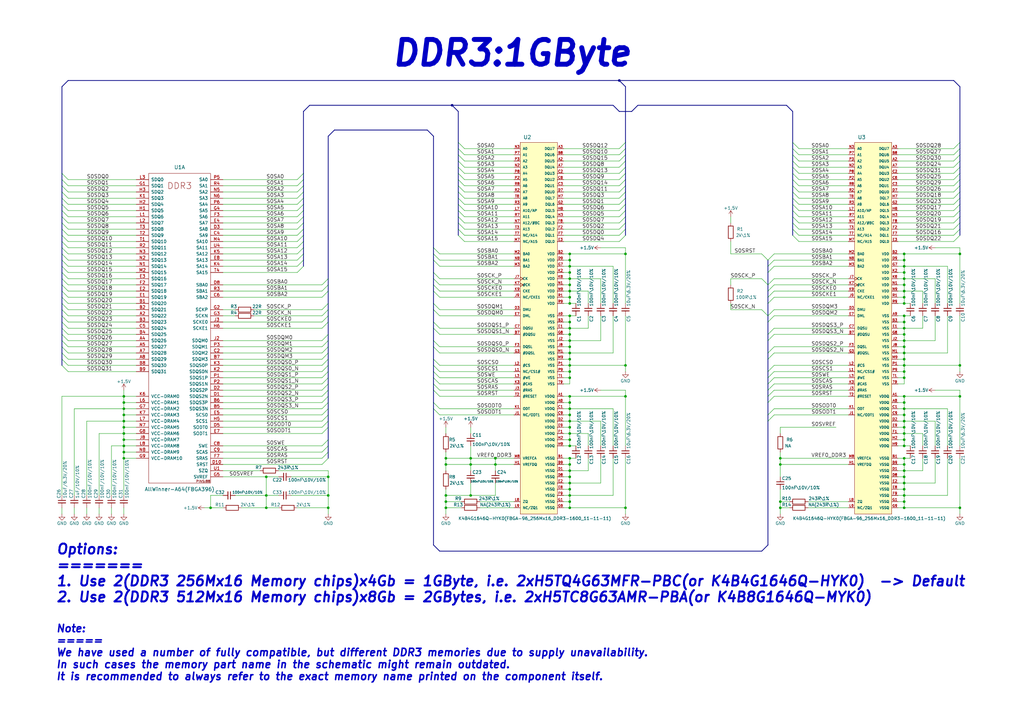
<source format=kicad_sch>
(kicad_sch (version 20250114) (generator "eeschema") (generator_version "9.0")
  (paper "A3")
  (title_block (title "A64-OLinuXino") (date "2020-02-11") (rev "G") (company "OLIMEX LTD, Bulgaria") (comment 1 "<c> 2020") (comment 3 "DDR3 Memory"))
  (text "DDR3:1GByte" (at 160.02 27.94 0) (effects (font (size 10.16 10.16) (thickness 2.032) (bold yes) (italic yes)) (justify left bottom)))
  (text "Options:\n=======\n1. Use 2(DDR3 256Mx16 Memory chips)x4Gb = 1GByte, i.e. 2xH5TQ4G63MFR-PBC(or K4B4G1646Q-HYK0)  -> Default\n2. Use 2(DDR3 512Mx16 Memory chips)x8Gb = 2GBytes, i.e. 2xH5TC8G63AMR-PBA(or K4B8G1646Q-MYK0)\n\n" (at 22.86 254 0) (effects (font (size 4.064 4.064) (thickness 0.8128) (bold yes) (italic yes)) (justify left bottom)))
  (text "Note:\n=====\nWe have used a number of fully compatible, but different DDR3 memories due to supply unavailability.\nIn such cases the memory part name in the schematic might remain outdated.\nIt is recommended to always refer to the exact memory name printed on the component itself. \n" (at 22.86 279.4 0) (effects (font (size 3.048 3.048) (thickness 0.6096) (bold yes) (italic yes)) (justify left bottom)))
  (junction (at 233.68 147.32))
  (junction (at 393.7 208.28))
  (junction (at 233.68 104.14))
  (junction (at 233.68 149.86))
  (junction (at 233.68 177.8))
  (junction (at 134.62 208.28))
  (junction (at 320.04 208.28))
  (junction (at 320.04 205.74))
  (junction (at 370.84 106.68))
  (junction (at 393.7 149.86))
  (junction (at 370.84 147.32))
  (junction (at 370.84 116.84))
  (junction (at 233.68 195.58))
  (junction (at 233.68 114.3))
  (junction (at 256.54 104.14))
  (junction (at 109.22 195.58))
  (junction (at 370.84 152.4))
  (junction (at 370.84 205.74))
  (junction (at 50.8 170.18))
  (junction (at 370.84 187.96))
  (junction (at 370.84 198.12))
  (junction (at 370.84 193.04))
  (junction (at 233.68 198.12))
  (junction (at 233.68 152.4))
  (junction (at 256.54 149.86))
  (junction (at 370.84 200.66))
  (junction (at 370.84 172.72))
  (junction (at 370.84 129.54))
  (junction (at 233.68 170.18))
  (junction (at 320.04 187.96))
  (junction (at 256.54 208.28))
  (junction (at 370.84 149.86))
  (junction (at 233.68 124.46))
  (junction (at 233.68 111.76))
  (junction (at 109.22 203.2))
  (junction (at 370.84 170.18))
  (junction (at 254 33.02))
  (junction (at 233.68 154.94))
  (junction (at 370.84 114.3))
  (junction (at 50.8 175.26))
  (junction (at 233.68 172.72))
  (junction (at 370.84 104.14))
  (junction (at 370.84 190.5))
  (junction (at 203.2 187.96))
  (junction (at 233.68 190.5))
  (junction (at 193.04 187.96))
  (junction (at 370.84 109.22))
  (junction (at 185.42 43.18))
  (junction (at 50.8 180.34))
  (junction (at 182.88 208.28))
  (junction (at 50.8 185.42))
  (junction (at 370.84 139.7))
  (junction (at 233.68 134.62))
  (junction (at 370.84 165.1))
  (junction (at 233.68 182.88))
  (junction (at 320.04 190.5))
  (junction (at 50.8 172.72))
  (junction (at 233.68 193.04))
  (junction (at 233.68 162.56))
  (junction (at 370.84 121.92))
  (junction (at 50.8 187.96))
  (junction (at 256.54 162.56))
  (junction (at 233.68 208.28))
  (junction (at 86.36 208.28))
  (junction (at 233.68 121.92))
  (junction (at 370.84 144.78))
  (junction (at 50.8 167.64))
  (junction (at 182.88 205.74))
  (junction (at 233.68 132.08))
  (junction (at 370.84 162.56))
  (junction (at 370.84 142.24))
  (junction (at 182.88 187.96))
  (junction (at 370.84 175.26))
  (junction (at 193.04 190.5))
  (junction (at 193.04 203.2))
  (junction (at 233.68 203.2))
  (junction (at 370.84 124.46))
  (junction (at 233.68 142.24))
  (junction (at 370.84 195.58))
  (junction (at 134.62 195.58))
  (junction (at 233.68 144.78))
  (junction (at 393.7 162.56))
  (junction (at 370.84 119.38))
  (junction (at 233.68 165.1))
  (junction (at 233.68 119.38))
  (junction (at 370.84 208.28))
  (junction (at 182.88 190.5))
  (junction (at 50.8 162.56))
  (junction (at 370.84 167.64))
  (junction (at 109.22 208.28))
  (junction (at 233.68 187.96))
  (junction (at 370.84 180.34))
  (junction (at 182.88 203.2))
  (junction (at 370.84 134.62))
  (junction (at 370.84 182.88))
  (junction (at 393.7 104.14))
  (junction (at 233.68 175.26))
  (junction (at 233.68 167.64))
  (junction (at 370.84 177.8))
  (junction (at 370.84 154.94))
  (junction (at 203.2 190.5))
  (junction (at 233.68 109.22))
  (junction (at 233.68 205.74))
  (junction (at 50.8 165.1))
  (junction (at 370.84 111.76))
  (junction (at 233.68 180.34))
  (junction (at 233.68 106.68))
  (junction (at 134.62 203.2))
  (junction (at 370.84 203.2))
  (junction (at 370.84 137.16))
  (junction (at 233.68 137.16))
  (junction (at 50.8 177.8))
  (junction (at 370.84 132.08))
  (junction (at 233.68 200.66))
  (junction (at 233.68 129.54))
  (junction (at 50.8 182.88))
  (junction (at 233.68 139.7))
  (junction (at 233.68 116.84))
  (bus_entry (at 325.12 71.12) (size 2.54 2.54))
  (bus_entry (at 314.96 129.54) (size 2.54 -2.54))
  (bus_entry (at 325.12 73.66) (size 2.54 2.54))
  (bus_entry (at 27.94 76.2) (size -2.54 -2.54))
  (bus_entry (at 121.92 73.66) (size 2.54 -2.54))
  (bus_entry (at 27.94 101.6) (size -2.54 -2.54))
  (bus_entry (at 391.16 73.66) (size 2.54 -2.54))
  (bus_entry (at 187.96 66.04) (size 2.54 2.54))
  (bus_entry (at 314.96 170.18) (size 2.54 -2.54))
  (bus_entry (at 27.94 83.82) (size -2.54 -2.54))
  (bus_entry (at 27.94 91.44) (size -2.54 -2.54))
  (bus_entry (at 132.08 144.78) (size 2.54 -2.54))
  (bus_entry (at 391.16 83.82) (size 2.54 -2.54))
  (bus_entry (at 254 60.96) (size 2.54 -2.54))
  (bus_entry (at 27.94 109.22) (size -2.54 -2.54))
  (bus_entry (at 187.96 60.96) (size 2.54 2.54))
  (bus_entry (at 314.96 109.22) (size 2.54 -2.54))
  (bus_entry (at 254 76.2) (size 2.54 -2.54))
  (bus_entry (at 314.96 119.38) (size 2.54 -2.54))
  (bus_entry (at 254 91.44) (size 2.54 -2.54))
  (bus_entry (at 27.94 121.92) (size -2.54 -2.54))
  (bus_entry (at 121.92 78.74) (size 2.54 -2.54))
  (bus_entry (at 121.92 101.6) (size 2.54 -2.54))
  (bus_entry (at 314.96 160.02) (size 2.54 -2.54))
  (bus_entry (at 132.08 142.24) (size 2.54 -2.54))
  (bus_entry (at 254 81.28) (size 2.54 -2.54))
  (bus_entry (at 187.96 78.74) (size 2.54 2.54))
  (bus_entry (at 325.12 86.36) (size 2.54 2.54))
  (bus_entry (at 132.08 149.86) (size 2.54 -2.54))
  (bus_entry (at 132.08 121.92) (size 2.54 -2.54))
  (bus_entry (at 180.34 121.92) (size -2.54 -2.54))
  (bus_entry (at 314.96 116.84) (size 2.54 -2.54))
  (bus_entry (at 27.94 73.66) (size -2.54 -2.54))
  (bus_entry (at 314.96 137.16) (size 2.54 -2.54))
  (bus_entry (at 132.08 116.84) (size 2.54 -2.54))
  (bus_entry (at 180.34 127) (size -2.54 -2.54))
  (bus_entry (at 132.08 187.96) (size 2.54 -2.54))
  (bus_entry (at 325.12 63.5) (size 2.54 2.54))
  (bus_entry (at 187.96 86.36) (size 2.54 2.54))
  (bus_entry (at 121.92 96.52) (size 2.54 -2.54))
  (bus_entry (at 314.96 154.94) (size 2.54 -2.54))
  (bus_entry (at 132.08 172.72) (size 2.54 -2.54))
  (bus_entry (at 27.94 116.84) (size -2.54 -2.54))
  (bus_entry (at 180.34 116.84) (size -2.54 -2.54))
  (bus_entry (at 27.94 134.62) (size -2.54 -2.54))
  (bus_entry (at 325.12 91.44) (size 2.54 2.54))
  (bus_entry (at 27.94 96.52) (size -2.54 -2.54))
  (bus_entry (at 391.16 88.9) (size 2.54 -2.54))
  (bus_entry (at 391.16 99.06) (size 2.54 -2.54))
  (bus_entry (at 27.94 119.38) (size -2.54 -2.54))
  (bus_entry (at 391.16 93.98) (size 2.54 -2.54))
  (bus_entry (at 254 99.06) (size 2.54 -2.54))
  (bus_entry (at 180.34 142.24) (size -2.54 -2.54))
  (bus_entry (at 132.08 190.5) (size 2.54 -2.54))
  (bus_entry (at 325.12 93.98) (size 2.54 2.54))
  (bus_entry (at 187.96 83.82) (size 2.54 2.54))
  (bus_entry (at 27.94 124.46) (size -2.54 -2.54))
  (bus_entry (at 325.12 58.42) (size 2.54 2.54))
  (bus_entry (at 27.94 127) (size -2.54 -2.54))
  (bus_entry (at 325.12 83.82) (size 2.54 2.54))
  (bus_entry (at 254 96.52) (size 2.54 -2.54))
  (bus_entry (at 314.96 121.92) (size 2.54 -2.54))
  (bus_entry (at 187.96 81.28) (size 2.54 2.54))
  (bus_entry (at 314.96 172.72) (size 2.54 -2.54))
  (bus_entry (at 121.92 111.76) (size 2.54 -2.54))
  (bus_entry (at 180.34 152.4) (size -2.54 -2.54))
  (bus_entry (at 180.34 104.14) (size -2.54 -2.54))
  (bus_entry (at 325.12 81.28) (size 2.54 2.54))
  (bus_entry (at 132.08 134.62) (size 2.54 -2.54))
  (bus_entry (at 121.92 88.9) (size 2.54 -2.54))
  (bus_entry (at 132.08 170.18) (size 2.54 -2.54))
  (bus_entry (at 27.94 93.98) (size -2.54 -2.54))
  (bus_entry (at 27.94 144.78) (size -2.54 -2.54))
  (bus_entry (at 27.94 111.76) (size -2.54 -2.54))
  (bus_entry (at 391.16 68.58) (size 2.54 -2.54))
  (bus_entry (at 180.34 114.3) (size -2.54 -2.54))
  (bus_entry (at 187.96 58.42) (size 2.54 2.54))
  (bus_entry (at 325.12 76.2) (size 2.54 2.54))
  (bus_entry (at 187.96 91.44) (size 2.54 2.54))
  (bus_entry (at 121.92 81.28) (size 2.54 -2.54))
  (bus_entry (at 132.08 119.38) (size 2.54 -2.54))
  (bus_entry (at 121.92 99.06) (size 2.54 -2.54))
  (bus_entry (at 27.94 86.36) (size -2.54 -2.54))
  (bus_entry (at 187.96 73.66) (size 2.54 2.54))
  (bus_entry (at 132.08 182.88) (size 2.54 -2.54))
  (bus_entry (at 180.34 162.56) (size -2.54 -2.54))
  (bus_entry (at 187.96 71.12) (size 2.54 2.54))
  (bus_entry (at 314.96 106.68) (size -2.54 -2.54))
  (bus_entry (at 180.34 144.78) (size -2.54 -2.54))
  (bus_entry (at 254 86.36) (size 2.54 -2.54))
  (bus_entry (at 121.92 93.98) (size 2.54 -2.54))
  (bus_entry (at 187.96 88.9) (size 2.54 2.54))
  (bus_entry (at 391.16 63.5) (size 2.54 -2.54))
  (bus_entry (at 132.08 162.56) (size 2.54 -2.54))
  (bus_entry (at 180.34 134.62) (size -2.54 -2.54))
  (bus_entry (at 121.92 76.2) (size 2.54 -2.54))
  (bus_entry (at 27.94 149.86) (size -2.54 -2.54))
  (bus_entry (at 27.94 152.4) (size -2.54 -2.54))
  (bus_entry (at 325.12 78.74) (size 2.54 2.54))
  (bus_entry (at 325.12 96.52) (size 2.54 2.54))
  (bus_entry (at 27.94 147.32) (size -2.54 -2.54))
  (bus_entry (at 314.96 147.32) (size 2.54 -2.54))
  (bus_entry (at 254 68.58) (size 2.54 -2.54))
  (bus_entry (at 314.96 157.48) (size 2.54 -2.54))
  (bus_entry (at 180.34 137.16) (size -2.54 -2.54))
  (bus_entry (at 254 63.5) (size 2.54 -2.54))
  (bus_entry (at 27.94 132.08) (size -2.54 -2.54))
  (bus_entry (at 254 88.9) (size 2.54 -2.54))
  (bus_entry (at 132.08 152.4) (size 2.54 -2.54))
  (bus_entry (at 325.12 68.58) (size 2.54 2.54))
  (bus_entry (at 391.16 66.04) (size 2.54 -2.54))
  (bus_entry (at 314.96 116.84) (size -2.54 -2.54))
  (bus_entry (at 391.16 60.96) (size 2.54 -2.54))
  (bus_entry (at 180.34 106.68) (size -2.54 -2.54))
  (bus_entry (at 314.96 111.76) (size 2.54 -2.54))
  (bus_entry (at 132.08 139.7) (size 2.54 -2.54))
  (bus_entry (at 27.94 106.68) (size -2.54 -2.54))
  (bus_entry (at 314.96 139.7) (size 2.54 -2.54))
  (bus_entry (at 121.92 104.14) (size 2.54 -2.54))
  (bus_entry (at 27.94 81.28) (size -2.54 -2.54))
  (bus_entry (at 187.96 96.52) (size 2.54 2.54))
  (bus_entry (at 391.16 96.52) (size 2.54 -2.54))
  (bus_entry (at 254 66.04) (size 2.54 -2.54))
  (bus_entry (at 314.96 124.46) (size 2.54 -2.54))
  (bus_entry (at 27.94 139.7) (size -2.54 -2.54))
  (bus_entry (at 391.16 86.36) (size 2.54 -2.54))
  (bus_entry (at 391.16 91.44) (size 2.54 -2.54))
  (bus_entry (at 132.08 165.1) (size 2.54 -2.54))
  (bus_entry (at 132.08 157.48) (size 2.54 -2.54))
  (bus_entry (at 121.92 91.44) (size 2.54 -2.54))
  (bus_entry (at 180.34 167.64) (size -2.54 -2.54))
  (bus_entry (at 325.12 66.04) (size 2.54 2.54))
  (bus_entry (at 391.16 81.28) (size 2.54 -2.54))
  (bus_entry (at 254 73.66) (size 2.54 -2.54))
  (bus_entry (at 314.96 132.08) (size 2.54 -2.54))
  (bus_entry (at 254 83.82) (size 2.54 -2.54))
  (bus_entry (at 187.96 93.98) (size 2.54 2.54))
  (bus_entry (at 180.34 129.54) (size -2.54 -2.54))
  (bus_entry (at 391.16 76.2) (size 2.54 -2.54))
  (bus_entry (at 187.96 76.2) (size 2.54 2.54))
  (bus_entry (at 325.12 88.9) (size 2.54 2.54))
  (bus_entry (at 391.16 78.74) (size 2.54 -2.54))
  (bus_entry (at 180.34 109.22) (size -2.54 -2.54))
  (bus_entry (at 132.08 147.32) (size 2.54 -2.54))
  (bus_entry (at 121.92 109.22) (size 2.54 -2.54))
  (bus_entry (at 27.94 104.14) (size -2.54 -2.54))
  (bus_entry (at 132.08 185.42) (size 2.54 -2.54))
  (bus_entry (at 180.34 160.02) (size -2.54 -2.54))
  (bus_entry (at 27.94 114.3) (size -2.54 -2.54))
  (bus_entry (at 254 71.12) (size 2.54 -2.54))
  (bus_entry (at 325.12 60.96) (size 2.54 2.54))
  (bus_entry (at 314.96 106.68) (size 2.54 -2.54))
  (bus_entry (at 27.94 78.74) (size -2.54 -2.54))
  (bus_entry (at 187.96 68.58) (size 2.54 2.54))
  (bus_entry (at 121.92 106.68) (size 2.54 -2.54))
  (bus_entry (at 27.94 88.9) (size -2.54 -2.54))
  (bus_entry (at 132.08 127) (size 2.54 -2.54))
  (bus_entry (at 180.34 157.48) (size -2.54 -2.54))
  (bus_entry (at 187.96 63.5) (size 2.54 2.54))
  (bus_entry (at 391.16 71.12) (size 2.54 -2.54))
  (bus_entry (at 180.34 170.18) (size -2.54 -2.54))
  (bus_entry (at 314.96 165.1) (size 2.54 -2.54))
  (bus_entry (at 314.96 129.54) (size -2.54 -2.54))
  (bus_entry (at 180.34 154.94) (size -2.54 -2.54))
  (bus_entry (at 132.08 160.02) (size 2.54 -2.54))
  (bus_entry (at 132.08 154.94) (size 2.54 -2.54))
  (bus_entry (at 132.08 167.64) (size 2.54 -2.54))
  (bus_entry (at 121.92 86.36) (size 2.54 -2.54))
  (bus_entry (at 132.08 132.08) (size 2.54 -2.54))
  (bus_entry (at 27.94 137.16) (size -2.54 -2.54))
  (bus_entry (at 254 78.74) (size 2.54 -2.54))
  (bus_entry (at 254 93.98) (size 2.54 -2.54))
  (bus_entry (at 180.34 149.86) (size -2.54 -2.54))
  (bus_entry (at 27.94 129.54) (size -2.54 -2.54))
  (bus_entry (at 132.08 129.54) (size 2.54 -2.54))
  (bus_entry (at 314.96 152.4) (size 2.54 -2.54))
  (bus_entry (at 132.08 175.26) (size 2.54 -2.54))
  (bus_entry (at 132.08 177.8) (size 2.54 -2.54))
  (bus_entry (at 27.94 99.06) (size -2.54 -2.54))
  (bus_entry (at 180.34 119.38) (size -2.54 -2.54))
  (bus_entry (at 314.96 144.78) (size 2.54 -2.54))
  (bus_entry (at 121.92 83.82) (size 2.54 -2.54))
  (bus_entry (at 314.96 162.56) (size 2.54 -2.54))
  (bus_entry (at 27.94 142.24) (size -2.54 -2.54))
  (wire (pts (xy 91.44 193.04) (xy 106.68 193.04)))
  (bus (pts (xy 127 43.18) (xy 185.42 43.18)))
  (wire (pts (xy 180.34 170.18) (xy 210.82 170.18)))
  (bus (pts (xy 177.8 104.14) (xy 177.8 106.68)))
  (bus (pts (xy 25.4 132.08) (xy 25.4 134.62)))
  (wire (pts (xy 233.68 157.48) (xy 231.14 157.48)))
  (wire (pts (xy 233.68 203.2) (xy 251.46 203.2)))
  (bus (pts (xy 393.7 58.42) (xy 393.7 60.96)))
  (wire (pts (xy 233.68 175.26) (xy 233.68 177.8)))
  (wire (pts (xy 109.22 208.28) (xy 114.3 208.28)))
  (wire (pts (xy 370.84 187.96) (xy 373.38 187.96)))
  (wire (pts (xy 327.66 78.74) (xy 347.98 78.74)))
  (wire (pts (xy 231.14 180.34) (xy 233.68 180.34)))
  (wire (pts (xy 91.44 81.28) (xy 121.92 81.28)))
  (wire (pts (xy 190.5 99.06) (xy 210.82 99.06)))
  (bus (pts (xy 256.54 73.66) (xy 256.54 76.2)))
  (wire (pts (xy 182.88 208.28) (xy 182.88 210.82)))
  (wire (pts (xy 370.84 172.72) (xy 383.54 172.72)))
  (bus (pts (xy 25.4 116.84) (xy 25.4 119.38)))
  (bus (pts (xy 134.62 185.42) (xy 134.62 187.96)))
  (wire (pts (xy 91.44 127) (xy 96.52 127)))
  (bus (pts (xy 177.8 111.76) (xy 177.8 114.3)))
  (wire (pts (xy 91.44 93.98) (xy 121.92 93.98)))
  (wire (pts (xy 368.3 175.26) (xy 370.84 175.26)))
  (wire (pts (xy 327.66 66.04) (xy 347.98 66.04)))
  (bus (pts (xy 256.54 35.56) (xy 256.54 58.42)))
  (wire (pts (xy 370.84 198.12) (xy 383.54 198.12)))
  (wire (pts (xy 368.3 116.84) (xy 370.84 116.84)))
  (wire (pts (xy 182.88 203.2) (xy 193.04 203.2)))
  (wire (pts (xy 256.54 208.28) (xy 256.54 210.82)))
  (wire (pts (xy 391.16 78.74) (xy 368.3 78.74)))
  (wire (pts (xy 91.44 154.94) (xy 132.08 154.94)))
  (wire (pts (xy 190.5 68.58) (xy 210.82 68.58)))
  (wire (pts (xy 27.94 129.54) (xy 55.88 129.54)))
  (wire (pts (xy 50.8 185.42) (xy 50.8 187.96)))
  (wire (pts (xy 327.66 81.28) (xy 347.98 81.28)))
  (bus (pts (xy 393.7 35.56) (xy 393.7 58.42)))
  (wire (pts (xy 190.5 71.12) (xy 210.82 71.12)))
  (bus (pts (xy 25.4 144.78) (xy 25.4 147.32)))
  (wire (pts (xy 370.84 180.34) (xy 370.84 182.88)))
  (wire (pts (xy 370.84 167.64) (xy 370.84 170.18)))
  (wire (pts (xy 231.14 190.5) (xy 233.68 190.5)))
  (wire (pts (xy 317.5 157.48) (xy 347.98 157.48)))
  (bus (pts (xy 187.96 63.5) (xy 187.96 66.04)))
  (bus (pts (xy 393.7 81.28) (xy 393.7 83.82)))
  (wire (pts (xy 91.44 106.68) (xy 121.92 106.68)))
  (bus (pts (xy 393.7 76.2) (xy 393.7 78.74)))
  (bus (pts (xy 187.96 88.9) (xy 187.96 91.44)))
  (wire (pts (xy 393.7 129.54) (xy 393.7 149.86)))
  (wire (pts (xy 27.94 101.6) (xy 55.88 101.6)))
  (wire (pts (xy 180.34 167.64) (xy 210.82 167.64)))
  (wire (pts (xy 50.8 172.72) (xy 55.88 172.72)))
  (bus (pts (xy 325.12 91.44) (xy 325.12 93.98)))
  (wire (pts (xy 231.14 175.26) (xy 233.68 175.26)))
  (wire (pts (xy 233.68 208.28) (xy 256.54 208.28)))
  (wire (pts (xy 370.84 195.58) (xy 368.3 195.58)))
  (bus (pts (xy 25.4 127) (xy 25.4 129.54)))
  (wire (pts (xy 190.5 81.28) (xy 210.82 81.28)))
  (wire (pts (xy 27.94 111.76) (xy 55.88 111.76)))
  (wire (pts (xy 182.88 205.74) (xy 182.88 208.28)))
  (wire (pts (xy 368.3 121.92) (xy 370.84 121.92)))
  (wire (pts (xy 370.84 154.94) (xy 368.3 154.94)))
  (wire (pts (xy 25.4 162.56) (xy 50.8 162.56)))
  (wire (pts (xy 233.68 198.12) (xy 233.68 200.66)))
  (bus (pts (xy 25.4 35.56) (xy 27.94 33.02)))
  (wire (pts (xy 368.3 170.18) (xy 370.84 170.18)))
  (bus (pts (xy 177.8 223.52) (xy 180.34 226.06)))
  (wire (pts (xy 231.14 121.92) (xy 233.68 121.92)))
  (wire (pts (xy 391.16 93.98) (xy 368.3 93.98)))
  (wire (pts (xy 45.72 203.2) (xy 45.72 182.88)))
  (wire (pts (xy 231.14 99.06) (xy 254 99.06)))
  (wire (pts (xy 27.94 142.24) (xy 55.88 142.24)))
  (wire (pts (xy 233.68 172.72) (xy 233.68 175.26)))
  (wire (pts (xy 370.84 144.78) (xy 388.62 144.78)))
  (wire (pts (xy 25.4 210.82) (xy 25.4 208.28)))
  (wire (pts (xy 370.84 139.7) (xy 383.54 139.7)))
  (bus (pts (xy 393.7 66.04) (xy 393.7 68.58)))
  (wire (pts (xy 383.54 101.6) (xy 393.7 101.6)))
  (bus (pts (xy 314.96 129.54) (xy 314.96 132.08)))
  (wire (pts (xy 231.14 139.7) (xy 233.68 139.7)))
  (bus (pts (xy 177.8 142.24) (xy 177.8 147.32)))
  (wire (pts (xy 378.46 177.8) (xy 378.46 182.88)))
  (bus (pts (xy 25.4 71.12) (xy 25.4 73.66)))
  (wire (pts (xy 190.5 83.82) (xy 210.82 83.82)))
  (wire (pts (xy 388.62 109.22) (xy 388.62 124.46)))
  (wire (pts (xy 233.68 205.74) (xy 231.14 205.74)))
  (wire (pts (xy 256.54 187.96) (xy 256.54 208.28)))
  (bus (pts (xy 25.4 86.36) (xy 25.4 88.9)))
  (wire (pts (xy 256.54 162.56) (xy 256.54 182.88)))
  (wire (pts (xy 317.5 129.54) (xy 347.98 129.54)))
  (wire (pts (xy 180.34 137.16) (xy 210.82 137.16)))
  (wire (pts (xy 233.68 144.78) (xy 233.68 147.32)))
  (bus (pts (xy 391.16 33.02) (xy 393.7 35.56)))
  (wire (pts (xy 193.04 198.12) (xy 193.04 203.2)))
  (wire (pts (xy 368.3 104.14) (xy 370.84 104.14)))
  (bus (pts (xy 325.12 86.36) (xy 325.12 88.9)))
  (bus (pts (xy 180.34 226.06) (xy 312.42 226.06)))
  (wire (pts (xy 180.34 109.22) (xy 210.82 109.22)))
  (wire (pts (xy 233.68 177.8) (xy 233.68 180.34)))
  (wire (pts (xy 27.94 104.14) (xy 55.88 104.14)))
  (bus (pts (xy 177.8 114.3) (xy 177.8 116.84)))
  (bus (pts (xy 325.12 73.66) (xy 325.12 76.2)))
  (wire (pts (xy 370.84 157.48) (xy 368.3 157.48)))
  (wire (pts (xy 327.66 71.12) (xy 347.98 71.12)))
  (wire (pts (xy 27.94 132.08) (xy 55.88 132.08)))
  (wire (pts (xy 180.34 114.3) (xy 210.82 114.3)))
  (wire (pts (xy 233.68 109.22) (xy 233.68 111.76)))
  (wire (pts (xy 182.88 203.2) (xy 182.88 205.74)))
  (bus (pts (xy 25.4 93.98) (xy 25.4 96.52)))
  (wire (pts (xy 91.44 134.62) (xy 132.08 134.62)))
  (wire (pts (xy 231.14 167.64) (xy 233.68 167.64)))
  (wire (pts (xy 393.7 149.86) (xy 393.7 152.4)))
  (wire (pts (xy 388.62 144.78) (xy 388.62 129.54)))
  (wire (pts (xy 391.16 73.66) (xy 368.3 73.66)))
  (bus (pts (xy 134.62 55.88) (xy 134.62 114.3)))
  (bus (pts (xy 261.62 43.18) (xy 322.58 43.18)))
  (bus (pts (xy 325.12 81.28) (xy 325.12 83.82)))
  (bus (pts (xy 134.62 144.78) (xy 134.62 147.32)))
  (bus (pts (xy 134.62 172.72) (xy 134.62 175.26)))
  (wire (pts (xy 370.84 137.16) (xy 368.3 137.16)))
  (bus (pts (xy 137.16 53.34) (xy 175.26 53.34)))
  (wire (pts (xy 320.04 187.96) (xy 347.98 187.96)))
  (wire (pts (xy 370.84 195.58) (xy 370.84 198.12)))
  (bus (pts (xy 124.46 83.82) (xy 124.46 86.36)))
  (wire (pts (xy 368.3 172.72) (xy 370.84 172.72)))
  (wire (pts (xy 368.3 114.3) (xy 370.84 114.3)))
  (wire (pts (xy 233.68 165.1) (xy 233.68 167.64)))
  (wire (pts (xy 231.14 134.62) (xy 233.68 134.62)))
  (wire (pts (xy 91.44 88.9) (xy 121.92 88.9)))
  (wire (pts (xy 190.5 60.96) (xy 210.82 60.96)))
  (bus (pts (xy 134.62 160.02) (xy 134.62 162.56)))
  (wire (pts (xy 323.85 208.28) (xy 320.04 208.28)))
  (wire (pts (xy 370.84 109.22) (xy 388.62 109.22)))
  (bus (pts (xy 25.4 99.06) (xy 25.4 101.6)))
  (bus (pts (xy 314.96 106.68) (xy 314.96 109.22)))
  (wire (pts (xy 317.5 137.16) (xy 347.98 137.16)))
  (wire (pts (xy 251.46 109.22) (xy 251.46 124.46)))
  (bus (pts (xy 25.4 104.14) (xy 25.4 106.68)))
  (wire (pts (xy 368.3 208.28) (xy 370.84 208.28)))
  (wire (pts (xy 25.4 162.56) (xy 25.4 203.2)))
  (bus (pts (xy 187.96 78.74) (xy 187.96 81.28)))
  (wire (pts (xy 27.94 119.38) (xy 55.88 119.38)))
  (wire (pts (xy 233.68 182.88) (xy 236.22 182.88)))
  (wire (pts (xy 391.16 86.36) (xy 368.3 86.36)))
  (wire (pts (xy 233.68 114.3) (xy 246.38 114.3)))
  (wire (pts (xy 96.52 203.2) (xy 109.22 203.2)))
  (wire (pts (xy 203.2 203.2) (xy 203.2 198.12)))
  (bus (pts (xy 25.4 124.46) (xy 25.4 127)))
  (bus (pts (xy 25.4 101.6) (xy 25.4 104.14)))
  (wire (pts (xy 368.3 165.1) (xy 370.84 165.1)))
  (wire (pts (xy 91.44 165.1) (xy 132.08 165.1)))
  (wire (pts (xy 91.44 160.02) (xy 132.08 160.02)))
  (wire (pts (xy 256.54 149.86) (xy 256.54 152.4)))
  (bus (pts (xy 177.8 165.1) (xy 177.8 167.64)))
  (wire (pts (xy 190.5 73.66) (xy 210.82 73.66)))
  (bus (pts (xy 256.54 78.74) (xy 256.54 81.28)))
  (bus (pts (xy 256.54 88.9) (xy 256.54 91.44)))
  (wire (pts (xy 241.3 119.38) (xy 241.3 124.46)))
  (wire (pts (xy 378.46 193.04) (xy 378.46 187.96)))
  (wire (pts (xy 35.56 172.72) (xy 35.56 203.2)))
  (wire (pts (xy 323.85 205.74) (xy 320.04 205.74)))
  (wire (pts (xy 180.34 104.14) (xy 210.82 104.14)))
  (bus (pts (xy 25.4 114.3) (xy 25.4 116.84)))
  (bus (pts (xy 175.26 53.34) (xy 177.8 55.88)))
  (wire (pts (xy 370.84 147.32) (xy 370.84 149.86)))
  (wire (pts (xy 368.3 124.46) (xy 370.84 124.46)))
  (wire (pts (xy 368.3 139.7) (xy 370.84 139.7)))
  (bus (pts (xy 256.54 76.2) (xy 256.54 78.74)))
  (bus (pts (xy 325.12 63.5) (xy 325.12 66.04)))
  (bus (pts (xy 314.96 162.56) (xy 314.96 165.1)))
  (wire (pts (xy 391.16 81.28) (xy 368.3 81.28)))
  (bus (pts (xy 25.4 139.7) (xy 25.4 142.24)))
  (wire (pts (xy 50.8 185.42) (xy 55.88 185.42)))
  (wire (pts (xy 50.8 180.34) (xy 55.88 180.34)))
  (wire (pts (xy 27.94 121.92) (xy 55.88 121.92)))
  (wire (pts (xy 233.68 187.96) (xy 233.68 190.5)))
  (wire (pts (xy 182.88 187.96) (xy 182.88 190.5)))
  (wire (pts (xy 91.44 144.78) (xy 132.08 144.78)))
  (wire (pts (xy 27.94 91.44) (xy 55.88 91.44)))
  (wire (pts (xy 91.44 162.56) (xy 132.08 162.56)))
  (wire (pts (xy 91.44 149.86) (xy 132.08 149.86)))
  (bus (pts (xy 325.12 83.82) (xy 325.12 86.36)))
  (wire (pts (xy 50.8 177.8) (xy 50.8 180.34)))
  (wire (pts (xy 27.94 81.28) (xy 55.88 81.28)))
  (wire (pts (xy 317.5 104.14) (xy 347.98 104.14)))
  (wire (pts (xy 327.66 86.36) (xy 347.98 86.36)))
  (wire (pts (xy 233.68 152.4) (xy 231.14 152.4)))
  (bus (pts (xy 134.62 162.56) (xy 134.62 165.1)))
  (bus (pts (xy 325.12 76.2) (xy 325.12 78.74)))
  (wire (pts (xy 331.47 208.28) (xy 347.98 208.28)))
  (wire (pts (xy 251.46 203.2) (xy 251.46 187.96)))
  (bus (pts (xy 134.62 129.54) (xy 134.62 132.08)))
  (wire (pts (xy 391.16 83.82) (xy 368.3 83.82)))
  (bus (pts (xy 393.7 91.44) (xy 393.7 93.98)))
  (bus (pts (xy 325.12 58.42) (xy 325.12 60.96)))
  (wire (pts (xy 231.14 76.2) (xy 254 76.2)))
  (bus (pts (xy 251.46 43.18) (xy 254 45.72)))
  (wire (pts (xy 233.68 111.76) (xy 233.68 114.3)))
  (bus (pts (xy 124.46 45.72) (xy 124.46 71.12)))
  (wire (pts (xy 40.64 177.8) (xy 50.8 177.8)))
  (wire (pts (xy 233.68 139.7) (xy 233.68 142.24)))
  (wire (pts (xy 233.68 195.58) (xy 233.68 198.12)))
  (bus (pts (xy 124.46 106.68) (xy 124.46 109.22)))
  (bus (pts (xy 393.7 68.58) (xy 393.7 71.12)))
  (wire (pts (xy 180.34 154.94) (xy 210.82 154.94)))
  (wire (pts (xy 27.94 88.9) (xy 55.88 88.9)))
  (bus (pts (xy 177.8 149.86) (xy 177.8 152.4)))
  (wire (pts (xy 231.14 86.36) (xy 254 86.36)))
  (wire (pts (xy 233.68 109.22) (xy 251.46 109.22)))
  (bus (pts (xy 124.46 101.6) (xy 124.46 104.14)))
  (wire (pts (xy 320.04 187.96) (xy 320.04 190.5)))
  (wire (pts (xy 91.44 121.92) (xy 132.08 121.92)))
  (wire (pts (xy 231.14 91.44) (xy 254 91.44)))
  (bus (pts (xy 177.8 157.48) (xy 177.8 160.02)))
  (wire (pts (xy 203.2 190.5) (xy 203.2 193.04)))
  (wire (pts (xy 104.14 129.54) (xy 132.08 129.54)))
  (wire (pts (xy 370.84 167.64) (xy 388.62 167.64)))
  (wire (pts (xy 370.84 114.3) (xy 370.84 116.84)))
  (wire (pts (xy 327.66 99.06) (xy 347.98 99.06)))
  (wire (pts (xy 91.44 132.08) (xy 132.08 132.08)))
  (wire (pts (xy 368.3 149.86) (xy 370.84 149.86)))
  (bus (pts (xy 177.8 106.68) (xy 177.8 111.76)))
  (wire (pts (xy 35.56 172.72) (xy 50.8 172.72)))
  (wire (pts (xy 327.66 60.96) (xy 347.98 60.96)))
  (bus (pts (xy 256.54 58.42) (xy 256.54 60.96)))
  (wire (pts (xy 182.88 185.42) (xy 182.88 187.96)))
  (wire (pts (xy 317.5 170.18) (xy 347.98 170.18)))
  (wire (pts (xy 45.72 182.88) (xy 50.8 182.88)))
  (wire (pts (xy 370.84 116.84) (xy 370.84 119.38)))
  (wire (pts (xy 231.14 106.68) (xy 233.68 106.68)))
  (bus (pts (xy 393.7 86.36) (xy 393.7 88.9)))
  (wire (pts (xy 246.38 160.02) (xy 256.54 160.02)))
  (bus (pts (xy 124.46 93.98) (xy 124.46 96.52)))
  (wire (pts (xy 393.7 101.6) (xy 393.7 104.14)))
  (wire (pts (xy 91.44 139.7) (xy 132.08 139.7)))
  (wire (pts (xy 368.3 109.22) (xy 370.84 109.22)))
  (bus (pts (xy 134.62 147.32) (xy 134.62 149.86)))
  (bus (pts (xy 177.8 167.64) (xy 177.8 223.52)))
  (wire (pts (xy 317.5 167.64) (xy 347.98 167.64)))
  (wire (pts (xy 370.84 139.7) (xy 370.84 142.24)))
  (wire (pts (xy 388.62 167.64) (xy 388.62 182.88)))
  (wire (pts (xy 233.68 162.56) (xy 256.54 162.56)))
  (bus (pts (xy 177.8 152.4) (xy 177.8 154.94)))
  (wire (pts (xy 91.44 129.54) (xy 96.52 129.54)))
  (wire (pts (xy 27.94 137.16) (xy 55.88 137.16)))
  (wire (pts (xy 27.94 99.06) (xy 55.88 99.06)))
  (bus (pts (xy 256.54 91.44) (xy 256.54 93.98)))
  (wire (pts (xy 312.42 114.3) (xy 299.72 114.3)))
  (bus (pts (xy 25.4 106.68) (xy 25.4 109.22)))
  (wire (pts (xy 370.84 104.14) (xy 393.7 104.14)))
  (wire (pts (xy 233.68 172.72) (xy 246.38 172.72)))
  (wire (pts (xy 190.5 96.52) (xy 210.82 96.52)))
  (wire (pts (xy 45.72 210.82) (xy 45.72 208.28)))
  (wire (pts (xy 109.22 195.58) (xy 114.3 195.58)))
  (wire (pts (xy 134.62 193.04) (xy 134.62 195.58)))
  (wire (pts (xy 91.44 157.48) (xy 132.08 157.48)))
  (bus (pts (xy 187.96 45.72) (xy 187.96 58.42)))
  (wire (pts (xy 91.44 152.4) (xy 132.08 152.4)))
  (wire (pts (xy 190.5 66.04) (xy 210.82 66.04)))
  (wire (pts (xy 180.34 160.02) (xy 210.82 160.02)))
  (wire (pts (xy 370.84 111.76) (xy 370.84 114.3)))
  (wire (pts (xy 91.44 104.14) (xy 121.92 104.14)))
  (wire (pts (xy 370.84 149.86) (xy 393.7 149.86)))
  (wire (pts (xy 233.68 139.7) (xy 246.38 139.7)))
  (wire (pts (xy 241.3 134.62) (xy 241.3 129.54)))
  (wire (pts (xy 233.68 190.5) (xy 233.68 193.04)))
  (bus (pts (xy 134.62 132.08) (xy 134.62 137.16)))
  (wire (pts (xy 370.84 193.04) (xy 378.46 193.04)))
  (wire (pts (xy 231.14 162.56) (xy 233.68 162.56)))
  (wire (pts (xy 391.16 91.44) (xy 368.3 91.44)))
  (wire (pts (xy 370.84 182.88) (xy 373.38 182.88)))
  (wire (pts (xy 370.84 129.54) (xy 370.84 132.08)))
  (bus (pts (xy 256.54 83.82) (xy 256.54 86.36)))
  (bus (pts (xy 134.62 175.26) (xy 134.62 180.34)))
  (wire (pts (xy 233.68 167.64) (xy 251.46 167.64)))
  (bus (pts (xy 314.96 111.76) (xy 314.96 116.84)))
  (wire (pts (xy 27.94 86.36) (xy 55.88 86.36)))
  (wire (pts (xy 391.16 76.2) (xy 368.3 76.2)))
  (bus (pts (xy 325.12 93.98) (xy 325.12 96.52)))
  (bus (pts (xy 325.12 88.9) (xy 325.12 91.44)))
  (wire (pts (xy 391.16 71.12) (xy 368.3 71.12)))
  (wire (pts (xy 370.84 187.96) (xy 370.84 190.5)))
  (bus (pts (xy 177.8 160.02) (xy 177.8 165.1)))
  (wire (pts (xy 233.68 137.16) (xy 231.14 137.16)))
  (wire (pts (xy 370.84 200.66) (xy 370.84 203.2)))
  (bus (pts (xy 254 45.72) (xy 259.08 45.72)))
  (wire (pts (xy 317.5 149.86) (xy 347.98 149.86)))
  (bus (pts (xy 256.54 86.36) (xy 256.54 88.9)))
  (wire (pts (xy 231.14 170.18) (xy 233.68 170.18)))
  (wire (pts (xy 231.14 154.94) (xy 233.68 154.94)))
  (wire (pts (xy 50.8 182.88) (xy 50.8 185.42)))
  (wire (pts (xy 370.84 144.78) (xy 370.84 147.32)))
  (bus (pts (xy 393.7 73.66) (xy 393.7 76.2)))
  (wire (pts (xy 393.7 160.02) (xy 393.7 162.56)))
  (wire (pts (xy 246.38 139.7) (xy 246.38 129.54)))
  (wire (pts (xy 182.88 187.96) (xy 193.04 187.96)))
  (wire (pts (xy 231.14 96.52) (xy 254 96.52)))
  (bus (pts (xy 124.46 86.36) (xy 124.46 88.9)))
  (bus (pts (xy 177.8 139.7) (xy 177.8 142.24)))
  (wire (pts (xy 50.8 187.96) (xy 55.88 187.96)))
  (wire (pts (xy 231.14 63.5) (xy 254 63.5)))
  (bus (pts (xy 25.4 96.52) (xy 25.4 99.06)))
  (wire (pts (xy 40.64 177.8) (xy 40.64 203.2)))
  (bus (pts (xy 25.4 83.82) (xy 25.4 86.36)))
  (wire (pts (xy 91.44 78.74) (xy 121.92 78.74)))
  (wire (pts (xy 256.54 160.02) (xy 256.54 162.56)))
  (wire (pts (xy 91.44 109.22) (xy 121.92 109.22)))
  (bus (pts (xy 314.96 152.4) (xy 314.96 154.94)))
  (wire (pts (xy 50.8 162.56) (xy 50.8 165.1)))
  (bus (pts (xy 256.54 71.12) (xy 256.54 73.66)))
  (bus (pts (xy 25.4 111.76) (xy 25.4 114.3)))
  (bus (pts (xy 256.54 81.28) (xy 256.54 83.82)))
  (wire (pts (xy 233.68 167.64) (xy 233.68 170.18)))
  (wire (pts (xy 370.84 177.8) (xy 378.46 177.8)))
  (wire (pts (xy 246.38 172.72) (xy 246.38 182.88)))
  (wire (pts (xy 320.04 190.5) (xy 347.98 190.5)))
  (bus (pts (xy 134.62 127) (xy 134.62 129.54)))
  (wire (pts (xy 391.16 96.52) (xy 368.3 96.52)))
  (wire (pts (xy 50.8 177.8) (xy 55.88 177.8)))
  (wire (pts (xy 86.36 203.2) (xy 91.44 203.2)))
  (bus (pts (xy 124.46 96.52) (xy 124.46 99.06)))
  (wire (pts (xy 317.5 160.02) (xy 347.98 160.02)))
  (wire (pts (xy 370.84 119.38) (xy 370.84 121.92)))
  (wire (pts (xy 134.62 203.2) (xy 134.62 208.28)))
  (wire (pts (xy 182.88 200.66) (xy 182.88 203.2)))
  (wire (pts (xy 233.68 162.56) (xy 233.68 165.1)))
  (wire (pts (xy 182.88 190.5) (xy 182.88 193.04)))
  (wire (pts (xy 233.68 134.62) (xy 241.3 134.62)))
  (wire (pts (xy 134.62 208.28) (xy 134.62 210.82)))
  (bus (pts (xy 256.54 63.5) (xy 256.54 66.04)))
  (wire (pts (xy 383.54 160.02) (xy 393.7 160.02)))
  (wire (pts (xy 370.84 114.3) (xy 383.54 114.3)))
  (wire (pts (xy 231.14 111.76) (xy 233.68 111.76)))
  (wire (pts (xy 233.68 193.04) (xy 241.3 193.04)))
  (wire (pts (xy 370.84 132.08) (xy 370.84 134.62)))
  (bus (pts (xy 27.94 33.02) (xy 254 33.02)))
  (wire (pts (xy 180.34 144.78) (xy 210.82 144.78)))
  (wire (pts (xy 231.14 203.2) (xy 233.68 203.2)))
  (wire (pts (xy 50.8 180.34) (xy 50.8 182.88)))
  (wire (pts (xy 193.04 190.5) (xy 203.2 190.5)))
  (wire (pts (xy 233.68 149.86) (xy 256.54 149.86)))
  (wire (pts (xy 27.94 73.66) (xy 55.88 73.66)))
  (bus (pts (xy 25.4 137.16) (xy 25.4 139.7)))
  (wire (pts (xy 393.7 187.96) (xy 393.7 208.28)))
  (wire (pts (xy 50.8 170.18) (xy 50.8 172.72)))
  (wire (pts (xy 91.44 175.26) (xy 132.08 175.26)))
  (wire (pts (xy 317.5 121.92) (xy 347.98 121.92)))
  (wire (pts (xy 317.5 154.94) (xy 347.98 154.94)))
  (wire (pts (xy 231.14 109.22) (xy 233.68 109.22)))
  (bus (pts (xy 325.12 71.12) (xy 325.12 73.66)))
  (wire (pts (xy 370.84 142.24) (xy 370.84 144.78)))
  (wire (pts (xy 327.66 68.58) (xy 347.98 68.58)))
  (bus (pts (xy 187.96 93.98) (xy 187.96 96.52)))
  (wire (pts (xy 320.04 177.8) (xy 320.04 175.26)))
  (bus (pts (xy 314.96 119.38) (xy 314.96 121.92)))
  (bus (pts (xy 325.12 68.58) (xy 325.12 71.12)))
  (wire (pts (xy 233.68 187.96) (xy 236.22 187.96)))
  (wire (pts (xy 370.84 152.4) (xy 370.84 154.94)))
  (wire (pts (xy 91.44 142.24) (xy 132.08 142.24)))
  (wire (pts (xy 233.68 200.66) (xy 231.14 200.66)))
  (bus (pts (xy 177.8 154.94) (xy 177.8 157.48)))
  (bus (pts (xy 134.62 149.86) (xy 134.62 152.4)))
  (wire (pts (xy 91.44 185.42) (xy 132.08 185.42)))
  (bus (pts (xy 177.8 101.6) (xy 177.8 104.14)))
  (bus (pts (xy 134.62 116.84) (xy 134.62 119.38)))
  (wire (pts (xy 27.94 144.78) (xy 55.88 144.78)))
  (wire (pts (xy 231.14 88.9) (xy 254 88.9)))
  (bus (pts (xy 25.4 78.74) (xy 25.4 81.28)))
  (bus (pts (xy 25.4 119.38) (xy 25.4 121.92)))
  (wire (pts (xy 231.14 172.72) (xy 233.68 172.72)))
  (wire (pts (xy 393.7 104.14) (xy 393.7 124.46)))
  (wire (pts (xy 231.14 165.1) (xy 233.68 165.1)))
  (wire (pts (xy 231.14 116.84) (xy 233.68 116.84)))
  (bus (pts (xy 187.96 81.28) (xy 187.96 83.82)))
  (wire (pts (xy 231.14 144.78) (xy 233.68 144.78)))
  (bus (pts (xy 177.8 124.46) (xy 177.8 127)))
  (wire (pts (xy 246.38 114.3) (xy 246.38 124.46)))
  (wire (pts (xy 256.54 101.6) (xy 256.54 104.14)))
  (wire (pts (xy 320.04 205.74) (xy 320.04 208.28)))
  (wire (pts (xy 317.5 116.84) (xy 347.98 116.84)))
  (wire (pts (xy 231.14 132.08) (xy 233.68 132.08)))
  (wire (pts (xy 391.16 68.58) (xy 368.3 68.58)))
  (bus (pts (xy 134.62 137.16) (xy 134.62 139.7)))
  (wire (pts (xy 320.04 175.26) (xy 342.9 175.26)))
  (wire (pts (xy 180.34 129.54) (xy 210.82 129.54)))
  (wire (pts (xy 50.8 175.26) (xy 50.8 177.8)))
  (wire (pts (xy 180.34 121.92) (xy 210.82 121.92)))
  (bus (pts (xy 25.4 129.54) (xy 25.4 132.08)))
  (wire (pts (xy 370.84 193.04) (xy 370.84 195.58)))
  (bus (pts (xy 124.46 76.2) (xy 124.46 78.74)))
  (wire (pts (xy 327.66 96.52) (xy 347.98 96.52)))
  (wire (pts (xy 370.84 109.22) (xy 370.84 111.76)))
  (bus (pts (xy 314.96 121.92) (xy 314.96 124.46)))
  (wire (pts (xy 370.84 200.66) (xy 368.3 200.66)))
  (bus (pts (xy 134.62 182.88) (xy 134.62 185.42)))
  (wire (pts (xy 233.68 180.34) (xy 233.68 182.88)))
  (wire (pts (xy 91.44 101.6) (xy 121.92 101.6)))
  (wire (pts (xy 233.68 116.84) (xy 233.68 119.38)))
  (wire (pts (xy 231.14 71.12) (xy 254 71.12)))
  (bus (pts (xy 314.96 170.18) (xy 314.96 172.72)))
  (wire (pts (xy 193.04 187.96) (xy 203.2 187.96)))
  (wire (pts (xy 299.72 91.44) (xy 299.72 88.9)))
  (wire (pts (xy 190.5 63.5) (xy 210.82 63.5)))
  (wire (pts (xy 233.68 203.2) (xy 233.68 205.74)))
  (wire (pts (xy 320.04 185.42) (xy 320.04 187.96)))
  (wire (pts (xy 91.44 96.52) (xy 121.92 96.52)))
  (wire (pts (xy 370.84 119.38) (xy 378.46 119.38)))
  (bus (pts (xy 134.62 114.3) (xy 134.62 116.84)))
  (wire (pts (xy 368.3 144.78) (xy 370.84 144.78)))
  (bus (pts (xy 314.96 172.72) (xy 314.96 223.52)))
  (wire (pts (xy 193.04 190.5) (xy 193.04 193.04)))
  (bus (pts (xy 25.4 142.24) (xy 25.4 144.78)))
  (wire (pts (xy 27.94 78.74) (xy 55.88 78.74)))
  (bus (pts (xy 124.46 73.66) (xy 124.46 76.2)))
  (bus (pts (xy 314.96 147.32) (xy 314.96 152.4)))
  (wire (pts (xy 91.44 190.5) (xy 132.08 190.5)))
  (wire (pts (xy 368.3 180.34) (xy 370.84 180.34)))
  (wire (pts (xy 327.66 91.44) (xy 347.98 91.44)))
  (bus (pts (xy 314.96 132.08) (xy 314.96 137.16)))
  (bus (pts (xy 393.7 60.96) (xy 393.7 63.5)))
  (wire (pts (xy 27.94 124.46) (xy 55.88 124.46)))
  (wire (pts (xy 50.8 165.1) (xy 50.8 167.64)))
  (wire (pts (xy 233.68 205.74) (xy 233.68 208.28)))
  (wire (pts (xy 370.84 203.2) (xy 388.62 203.2)))
  (wire (pts (xy 368.3 119.38) (xy 370.84 119.38)))
  (wire (pts (xy 30.48 167.64) (xy 30.48 203.2)))
  (bus (pts (xy 177.8 127) (xy 177.8 132.08)))
  (wire (pts (xy 231.14 104.14) (xy 233.68 104.14)))
  (wire (pts (xy 370.84 106.68) (xy 370.84 109.22)))
  (wire (pts (xy 27.94 106.68) (xy 55.88 106.68)))
  (bus (pts (xy 177.8 55.88) (xy 177.8 101.6)))
  (wire (pts (xy 256.54 129.54) (xy 256.54 149.86)))
  (wire (pts (xy 231.14 129.54) (xy 233.68 129.54)))
  (wire (pts (xy 233.68 142.24) (xy 231.14 142.24)))
  (wire (pts (xy 27.94 83.82) (xy 55.88 83.82)))
  (wire (pts (xy 180.34 127) (xy 210.82 127)))
  (bus (pts (xy 256.54 93.98) (xy 256.54 96.52)))
  (wire (pts (xy 320.04 208.28) (xy 320.04 210.82)))
  (wire (pts (xy 233.68 149.86) (xy 233.68 152.4)))
  (wire (pts (xy 383.54 198.12) (xy 383.54 187.96)))
  (wire (pts (xy 368.3 106.68) (xy 370.84 106.68)))
  (wire (pts (xy 368.3 193.04) (xy 370.84 193.04)))
  (wire (pts (xy 180.34 142.24) (xy 210.82 142.24)))
  (wire (pts (xy 27.94 149.86) (xy 55.88 149.86)))
  (wire (pts (xy 391.16 60.96) (xy 368.3 60.96)))
  (bus (pts (xy 393.7 63.5) (xy 393.7 66.04)))
  (wire (pts (xy 180.34 106.68) (xy 210.82 106.68)))
  (wire (pts (xy 30.48 210.82) (xy 30.48 208.28)))
  (bus (pts (xy 256.54 60.96) (xy 256.54 63.5)))
  (wire (pts (xy 193.04 187.96) (xy 193.04 190.5)))
  (wire (pts (xy 193.04 175.26) (xy 193.04 177.8)))
  (bus (pts (xy 124.46 71.12) (xy 124.46 73.66)))
  (wire (pts (xy 91.44 195.58) (xy 109.22 195.58)))
  (bus (pts (xy 314.96 154.94) (xy 314.96 157.48)))
  (bus (pts (xy 124.46 91.44) (xy 124.46 93.98)))
  (bus (pts (xy 134.62 142.24) (xy 134.62 144.78)))
  (bus (pts (xy 314.96 144.78) (xy 314.96 147.32)))
  (bus (pts (xy 124.46 99.06) (xy 124.46 101.6)))
  (wire (pts (xy 190.5 76.2) (xy 210.82 76.2)))
  (wire (pts (xy 251.46 167.64) (xy 251.46 182.88)))
  (wire (pts (xy 91.44 172.72) (xy 132.08 172.72)))
  (wire (pts (xy 391.16 99.06) (xy 368.3 99.06)))
  (wire (pts (xy 50.8 172.72) (xy 50.8 175.26)))
  (wire (pts (xy 383.54 139.7) (xy 383.54 129.54)))
  (wire (pts (xy 233.68 106.68) (xy 233.68 109.22)))
  (wire (pts (xy 327.66 63.5) (xy 347.98 63.5)))
  (wire (pts (xy 312.42 104.14) (xy 299.72 104.14)))
  (wire (pts (xy 370.84 152.4) (xy 368.3 152.4)))
  (bus (pts (xy 25.4 147.32) (xy 25.4 149.86)))
  (wire (pts (xy 193.04 182.88) (xy 193.04 187.96)))
  (wire (pts (xy 370.84 124.46) (xy 373.38 124.46)))
  (wire (pts (xy 317.5 134.62) (xy 347.98 134.62)))
  (wire (pts (xy 231.14 198.12) (xy 233.68 198.12)))
  (wire (pts (xy 370.84 134.62) (xy 370.84 137.16)))
  (bus (pts (xy 124.46 45.72) (xy 127 43.18)))
  (bus (pts (xy 187.96 73.66) (xy 187.96 76.2)))
  (wire (pts (xy 299.72 104.14) (xy 299.72 99.06)))
  (bus (pts (xy 314.96 116.84) (xy 314.96 119.38)))
  (wire (pts (xy 233.68 147.32) (xy 231.14 147.32)))
  (wire (pts (xy 27.94 152.4) (xy 55.88 152.4)))
  (wire (pts (xy 203.2 187.96) (xy 210.82 187.96)))
  (bus (pts (xy 134.62 124.46) (xy 134.62 127)))
  (bus (pts (xy 124.46 88.9) (xy 124.46 91.44)))
  (wire (pts (xy 233.68 137.16) (xy 233.68 139.7)))
  (wire (pts (xy 190.5 78.74) (xy 210.82 78.74)))
  (wire (pts (xy 233.68 200.66) (xy 233.68 203.2)))
  (wire (pts (xy 370.84 175.26) (xy 370.84 177.8)))
  (wire (pts (xy 91.44 170.18) (xy 132.08 170.18)))
  (wire (pts (xy 317.5 106.68) (xy 347.98 106.68)))
  (bus (pts (xy 393.7 88.9) (xy 393.7 91.44)))
  (wire (pts (xy 91.44 76.2) (xy 121.92 76.2)))
  (bus (pts (xy 314.96 139.7) (xy 314.96 144.78)))
  (wire (pts (xy 180.34 116.84) (xy 210.82 116.84)))
  (bus (pts (xy 393.7 71.12) (xy 393.7 73.66)))
  (bus (pts (xy 187.96 60.96) (xy 187.96 63.5)))
  (wire (pts (xy 91.44 182.88) (xy 132.08 182.88)))
  (wire (pts (xy 86.36 208.28) (xy 91.44 208.28)))
  (wire (pts (xy 370.84 104.14) (xy 370.84 106.68)))
  (wire (pts (xy 393.7 208.28) (xy 393.7 210.82)))
  (wire (pts (xy 27.94 96.52) (xy 55.88 96.52)))
  (bus (pts (xy 187.96 68.58) (xy 187.96 71.12)))
  (wire (pts (xy 233.68 170.18) (xy 233.68 172.72)))
  (wire (pts (xy 246.38 198.12) (xy 246.38 187.96)))
  (bus (pts (xy 187.96 66.04) (xy 187.96 68.58)))
  (wire (pts (xy 27.94 109.22) (xy 55.88 109.22)))
  (wire (pts (xy 393.7 162.56) (xy 393.7 182.88)))
  (wire (pts (xy 231.14 93.98) (xy 254 93.98)))
  (bus (pts (xy 134.62 157.48) (xy 134.62 160.02)))
  (wire (pts (xy 27.94 139.7) (xy 55.88 139.7)))
  (bus (pts (xy 314.96 157.48) (xy 314.96 160.02)))
  (wire (pts (xy 180.34 149.86) (xy 210.82 149.86)))
  (wire (pts (xy 231.14 66.04) (xy 254 66.04)))
  (wire (pts (xy 368.3 190.5) (xy 370.84 190.5)))
  (wire (pts (xy 50.8 167.64) (xy 50.8 170.18)))
  (wire (pts (xy 203.2 187.96) (xy 203.2 190.5)))
  (wire (pts (xy 231.14 68.58) (xy 254 68.58)))
  (bus (pts (xy 124.46 78.74) (xy 124.46 81.28)))
  (wire (pts (xy 331.47 205.74) (xy 347.98 205.74)))
  (wire (pts (xy 370.84 121.92) (xy 370.84 124.46)))
  (wire (pts (xy 368.3 198.12) (xy 370.84 198.12)))
  (bus (pts (xy 134.62 167.64) (xy 134.62 170.18)))
  (wire (pts (xy 30.48 167.64) (xy 50.8 167.64)))
  (wire (pts (xy 233.68 177.8) (xy 241.3 177.8)))
  (bus (pts (xy 312.42 226.06) (xy 314.96 223.52)))
  (bus (pts (xy 185.42 43.18) (xy 187.96 45.72)))
  (wire (pts (xy 190.5 86.36) (xy 210.82 86.36)))
  (wire (pts (xy 317.5 109.22) (xy 347.98 109.22)))
  (wire (pts (xy 233.68 104.14) (xy 233.68 106.68)))
  (wire (pts (xy 109.22 203.2) (xy 114.3 203.2)))
  (wire (pts (xy 27.94 134.62) (xy 55.88 134.62)))
  (bus (pts (xy 134.62 180.34) (xy 134.62 182.88)))
  (bus (pts (xy 187.96 76.2) (xy 187.96 78.74)))
  (wire (pts (xy 180.34 162.56) (xy 210.82 162.56)))
  (wire (pts (xy 83.82 208.28) (xy 86.36 208.28)))
  (wire (pts (xy 368.3 203.2) (xy 370.84 203.2)))
  (wire (pts (xy 86.36 203.2) (xy 86.36 208.28)))
  (wire (pts (xy 370.84 208.28) (xy 393.7 208.28)))
  (bus (pts (xy 177.8 132.08) (xy 177.8 134.62)))
  (wire (pts (xy 190.5 88.9) (xy 210.82 88.9)))
  (bus (pts (xy 393.7 83.82) (xy 393.7 86.36)))
  (wire (pts (xy 119.38 203.2) (xy 134.62 203.2)))
  (wire (pts (xy 370.84 134.62) (xy 378.46 134.62)))
  (wire (pts (xy 104.14 127) (xy 132.08 127)))
  (bus (pts (xy 134.62 119.38) (xy 134.62 124.46)))
  (wire (pts (xy 383.54 114.3) (xy 383.54 124.46)))
  (wire (pts (xy 180.34 157.48) (xy 210.82 157.48)))
  (wire (pts (xy 233.68 134.62) (xy 233.68 137.16)))
  (wire (pts (xy 182.88 177.8) (xy 182.88 175.26)))
  (wire (pts (xy 370.84 177.8) (xy 370.84 180.34)))
  (wire (pts (xy 114.3 193.04) (xy 134.62 193.04)))
  (wire (pts (xy 233.68 129.54) (xy 236.22 129.54)))
  (wire (pts (xy 370.84 137.16) (xy 370.84 139.7)))
  (wire (pts (xy 370.84 154.94) (xy 370.84 157.48)))
  (wire (pts (xy 231.14 187.96) (xy 233.68 187.96)))
  (wire (pts (xy 193.04 203.2) (xy 203.2 203.2)))
  (wire (pts (xy 91.44 167.64) (xy 132.08 167.64)))
  (wire (pts (xy 299.72 127) (xy 299.72 124.46)))
  (wire (pts (xy 317.5 162.56) (xy 347.98 162.56)))
  (bus (pts (xy 187.96 91.44) (xy 187.96 93.98)))
  (wire (pts (xy 40.64 210.82) (xy 40.64 208.28)))
  (wire (pts (xy 233.68 198.12) (xy 246.38 198.12)))
  (wire (pts (xy 370.84 198.12) (xy 370.84 200.66)))
  (bus (pts (xy 254 33.02) (xy 256.54 35.56)))
  (wire (pts (xy 241.3 193.04) (xy 241.3 187.96)))
  (wire (pts (xy 231.14 193.04) (xy 233.68 193.04)))
  (bus (pts (xy 393.7 78.74) (xy 393.7 81.28)))
  (bus (pts (xy 314.96 165.1) (xy 314.96 170.18)))
  (wire (pts (xy 370.84 170.18) (xy 370.84 172.72)))
  (wire (pts (xy 233.68 193.04) (xy 233.68 195.58)))
  (wire (pts (xy 327.66 76.2) (xy 347.98 76.2)))
  (wire (pts (xy 50.8 187.96) (xy 50.8 203.2)))
  (bus (pts (xy 177.8 119.38) (xy 177.8 124.46)))
  (wire (pts (xy 50.8 167.64) (xy 55.88 167.64)))
  (bus (pts (xy 25.4 121.92) (xy 25.4 124.46)))
  (bus (pts (xy 325.12 66.04) (xy 325.12 68.58)))
  (wire (pts (xy 50.8 210.82) (xy 50.8 208.28)))
  (bus (pts (xy 325.12 60.96) (xy 325.12 63.5)))
  (wire (pts (xy 233.68 144.78) (xy 251.46 144.78)))
  (wire (pts (xy 91.44 119.38) (xy 132.08 119.38)))
  (bus (pts (xy 314.96 124.46) (xy 314.96 129.54)))
  (wire (pts (xy 27.94 116.84) (xy 55.88 116.84)))
  (wire (pts (xy 241.3 177.8) (xy 241.3 182.88)))
  (wire (pts (xy 50.8 175.26) (xy 55.88 175.26)))
  (bus (pts (xy 25.4 109.22) (xy 25.4 111.76)))
  (wire (pts (xy 231.14 73.66) (xy 254 73.66)))
  (wire (pts (xy 370.84 165.1) (xy 370.84 167.64)))
  (wire (pts (xy 231.14 149.86) (xy 233.68 149.86)))
  (bus (pts (xy 134.62 170.18) (xy 134.62 172.72)))
  (wire (pts (xy 378.46 119.38) (xy 378.46 124.46)))
  (wire (pts (xy 231.14 83.82) (xy 254 83.82)))
  (wire (pts (xy 91.44 147.32) (xy 132.08 147.32)))
  (bus (pts (xy 185.42 43.18) (xy 251.46 43.18)))
  (wire (pts (xy 180.34 152.4) (xy 210.82 152.4)))
  (wire (pts (xy 317.5 144.78) (xy 347.98 144.78)))
  (wire (pts (xy 233.68 132.08) (xy 233.68 134.62)))
  (wire (pts (xy 251.46 144.78) (xy 251.46 129.54)))
  (bus (pts (xy 177.8 147.32) (xy 177.8 149.86)))
  (wire (pts (xy 317.5 127) (xy 347.98 127)))
  (wire (pts (xy 320.04 190.5) (xy 320.04 195.58)))
  (wire (pts (xy 180.34 134.62) (xy 210.82 134.62)))
  (wire (pts (xy 231.14 78.74) (xy 254 78.74)))
  (wire (pts (xy 233.68 195.58) (xy 231.14 195.58)))
  (wire (pts (xy 317.5 119.38) (xy 347.98 119.38)))
  (bus (pts (xy 259.08 45.72) (xy 261.62 43.18)))
  (wire (pts (xy 246.38 101.6) (xy 256.54 101.6)))
  (wire (pts (xy 91.44 91.44) (xy 121.92 91.44)))
  (bus (pts (xy 134.62 152.4) (xy 134.62 154.94)))
  (wire (pts (xy 368.3 167.64) (xy 370.84 167.64)))
  (wire (pts (xy 233.68 121.92) (xy 233.68 124.46)))
  (wire (pts (xy 91.44 83.82) (xy 121.92 83.82)))
  (wire (pts (xy 91.44 187.96) (xy 132.08 187.96)))
  (wire (pts (xy 391.16 63.5) (xy 368.3 63.5)))
  (wire (pts (xy 383.54 172.72) (xy 383.54 182.88)))
  (wire (pts (xy 320.04 200.66) (xy 320.04 205.74)))
  (wire (pts (xy 196.85 208.28) (xy 210.82 208.28)))
  (bus (pts (xy 134.62 139.7) (xy 134.62 142.24)))
  (wire (pts (xy 231.14 114.3) (xy 233.68 114.3)))
  (wire (pts (xy 233.68 104.14) (xy 256.54 104.14)))
  (bus (pts (xy 187.96 86.36) (xy 187.96 88.9)))
  (bus (pts (xy 254 33.02) (xy 391.16 33.02)))
  (wire (pts (xy 50.8 165.1) (xy 55.88 165.1)))
  (wire (pts (xy 233.68 119.38) (xy 241.3 119.38)))
  (wire (pts (xy 368.3 111.76) (xy 370.84 111.76)))
  (wire (pts (xy 233.68 154.94) (xy 233.68 157.48)))
  (wire (pts (xy 370.84 172.72) (xy 370.84 175.26)))
  (wire (pts (xy 50.8 160.02) (xy 50.8 162.56)))
  (wire (pts (xy 190.5 91.44) (xy 210.82 91.44)))
  (wire (pts (xy 391.16 66.04) (xy 368.3 66.04)))
  (wire (pts (xy 50.8 182.88) (xy 55.88 182.88)))
  (wire (pts (xy 233.68 142.24) (xy 233.68 144.78)))
  (wire (pts (xy 231.14 60.96) (xy 254 60.96)))
  (bus (pts (xy 314.96 109.22) (xy 314.96 111.76)))
  (wire (pts (xy 91.44 111.76) (xy 121.92 111.76)))
  (bus (pts (xy 25.4 91.44) (xy 25.4 93.98)))
  (wire (pts (xy 233.68 114.3) (xy 233.68 116.84)))
  (wire (pts (xy 299.72 114.3) (xy 299.72 116.84)))
  (wire (pts (xy 27.94 93.98) (xy 55.88 93.98)))
  (bus (pts (xy 25.4 81.28) (xy 25.4 83.82)))
  (wire (pts (xy 312.42 127) (xy 299.72 127)))
  (wire (pts (xy 370.84 149.86) (xy 370.84 152.4)))
  (bus (pts (xy 322.58 43.18) (xy 325.12 45.72)))
  (bus (pts (xy 25.4 35.56) (xy 25.4 71.12)))
  (wire (pts (xy 91.44 73.66) (xy 121.92 73.66)))
  (bus (pts (xy 187.96 71.12) (xy 187.96 73.66)))
  (wire (pts (xy 370.84 190.5) (xy 370.84 193.04)))
  (bus (pts (xy 124.46 104.14) (xy 124.46 106.68)))
  (bus (pts (xy 314.96 160.02) (xy 314.96 162.56)))
  (bus (pts (xy 256.54 66.04) (xy 256.54 68.58)))
  (wire (pts (xy 231.14 124.46) (xy 233.68 124.46)))
  (wire (pts (xy 196.85 205.74) (xy 210.82 205.74)))
  (wire (pts (xy 50.8 162.56) (xy 55.88 162.56)))
  (wire (pts (xy 391.16 88.9) (xy 368.3 88.9)))
  (wire (pts (xy 190.5 93.98) (xy 210.82 93.98)))
  (wire (pts (xy 99.06 208.28) (xy 109.22 208.28)))
  (bus (pts (xy 256.54 68.58) (xy 256.54 71.12)))
  (wire (pts (xy 231.14 208.28) (xy 233.68 208.28)))
  (wire (pts (xy 233.68 147.32) (xy 233.68 149.86)))
  (wire (pts (xy 91.44 116.84) (xy 132.08 116.84)))
  (wire (pts (xy 180.34 119.38) (xy 210.82 119.38)))
  (wire (pts (xy 370.84 147.32) (xy 368.3 147.32)))
  (bus (pts (xy 25.4 88.9) (xy 25.4 91.44)))
  (wire (pts (xy 388.62 203.2) (xy 388.62 187.96)))
  (wire (pts (xy 189.23 208.28) (xy 182.88 208.28)))
  (wire (pts (xy 119.38 195.58) (xy 134.62 195.58)))
  (wire (pts (xy 27.94 76.2) (xy 55.88 76.2)))
  (wire (pts (xy 256.54 104.14) (xy 256.54 124.46)))
  (bus (pts (xy 177.8 116.84) (xy 177.8 119.38)))
  (wire (pts (xy 231.14 177.8) (xy 233.68 177.8)))
  (wire (pts (xy 231.14 119.38) (xy 233.68 119.38)))
  (wire (pts (xy 370.84 205.74) (xy 368.3 205.74)))
  (wire (pts (xy 317.5 114.3) (xy 347.98 114.3)))
  (bus (pts (xy 325.12 45.72) (xy 325.12 58.42)))
  (bus (pts (xy 187.96 58.42) (xy 187.96 60.96)))
  (wire (pts (xy 317.5 142.24) (xy 347.98 142.24)))
  (wire (pts (xy 370.84 203.2) (xy 370.84 205.74)))
  (bus (pts (xy 25.4 73.66) (xy 25.4 76.2)))
  (wire (pts (xy 370.84 205.74) (xy 370.84 208.28)))
  (wire (pts (xy 233.68 129.54) (xy 233.68 132.08)))
  (bus (pts (xy 325.12 78.74) (xy 325.12 81.28)))
  (wire (pts (xy 50.8 170.18) (xy 55.88 170.18)))
  (wire (pts (xy 233.68 119.38) (xy 233.68 121.92)))
  (bus (pts (xy 25.4 134.62) (xy 25.4 137.16)))
  (wire (pts (xy 233.68 124.46) (xy 236.22 124.46)))
  (bus (pts (xy 134.62 165.1) (xy 134.62 167.64)))
  (wire (pts (xy 35.56 210.82) (xy 35.56 208.28)))
  (wire (pts (xy 327.66 83.82) (xy 347.98 83.82)))
  (wire (pts (xy 91.44 177.8) (xy 132.08 177.8)))
  (bus (pts (xy 393.7 93.98) (xy 393.7 96.52)))
  (wire (pts (xy 231.14 81.28) (xy 254 81.28)))
  (wire (pts (xy 91.44 99.06) (xy 121.92 99.06)))
  (wire (pts (xy 370.84 162.56) (xy 370.84 165.1)))
  (bus (pts (xy 314.96 137.16) (xy 314.96 139.7)))
  (wire (pts (xy 233.68 152.4) (xy 233.68 154.94)))
  (bus (pts (xy 177.8 134.62) (xy 177.8 139.7)))
  (wire (pts (xy 378.46 134.62) (xy 378.46 129.54)))
  (wire (pts (xy 317.5 152.4) (xy 347.98 152.4)))
  (wire (pts (xy 368.3 129.54) (xy 370.84 129.54)))
  (bus (pts (xy 134.62 55.88) (xy 137.16 53.34)))
  (wire (pts (xy 109.22 195.58) (xy 109.22 203.2)))
  (wire (pts (xy 134.62 195.58) (xy 134.62 203.2)))
  (bus (pts (xy 187.96 83.82) (xy 187.96 86.36)))
  (wire (pts (xy 109.22 203.2) (xy 109.22 208.28)))
  (bus (pts (xy 134.62 154.94) (xy 134.62 157.48)))
  (wire (pts (xy 121.92 208.28) (xy 134.62 208.28)))
  (wire (pts (xy 27.94 127) (xy 55.88 127)))
  (wire (pts (xy 27.94 114.3) (xy 55.88 114.3)))
  (wire (pts (xy 91.44 86.36) (xy 121.92 86.36)))
  (wire (pts (xy 368.3 134.62) (xy 370.84 134.62)))
  (wire (pts (xy 368.3 187.96) (xy 370.84 187.96)))
  (wire (pts (xy 189.23 205.74) (xy 182.88 205.74)))
  (wire (pts (xy 368.3 162.56) (xy 370.84 162.56)))
  (wire (pts (xy 370.84 129.54) (xy 373.38 129.54)))
  (wire (pts (xy 203.2 190.5) (xy 210.82 190.5)))
  (wire (pts (xy 368.3 177.8) (xy 370.84 177.8)))
  (wire (pts (xy 370.84 162.56) (xy 393.7 162.56)))
  (wire (pts (xy 370.84 142.24) (xy 368.3 142.24)))
  (wire (pts (xy 182.88 190.5) (xy 193.04 190.5)))
  (wire (pts (xy 327.66 93.98) (xy 347.98 93.98)))
  (bus (pts (xy 25.4 76.2) (xy 25.4 78.74)))
  (wire (pts (xy 27.94 147.32) (xy 55.88 147.32)))
  (wire (pts (xy 327.66 88.9) (xy 347.98 88.9)))
  (bus (pts (xy 124.46 81.28) (xy 124.46 83.82)))
  (wire (pts (xy 327.66 73.66) (xy 347.98 73.66)))
  (wire (pts (xy 368.3 182.88) (xy 370.84 182.88)))
  (wire (pts (xy 368.3 132.08) (xy 370.84 132.08)))
  (wire (pts (xy 231.14 182.88) (xy 233.68 182.88)))
  (label "S0SRST" (at 195.58 162.56 0) (effects (font (size 1.524 1.524))))
  (label "S0SDQ0" (at 35.56 73.66 0) (effects (font (size 1.524 1.524))))
  (label "S0SA0" (at 109.22 73.66 0) (effects (font (size 1.524 1.524))))
  (label "S0SDQ29" (at 35.56 147.32 0) (effects (font (size 1.524 1.524))))
  (label "S0SA14" (at 332.74 96.52 0) (effects (font (size 1.524 1.524))))
  (label "S0SA6" (at 195.58 76.2 0) (effects (font (size 1.524 1.524))))
  (label "S0SA12" (at 332.74 91.44 0) (effects (font (size 1.524 1.524))))
  (label "S0SA11" (at 109.22 101.6 0) (effects (font (size 1.524 1.524))))
  (label "S0SDQM1" (at 109.22 142.24 0) (effects (font (size 1.524 1.524))))
  (label "S0SDQ16" (at 35.56 114.3 0) (effects (font (size 1.524 1.524))))
  (label "S0SA10" (at 195.58 86.36 0) (effects (font (size 1.524 1.524))))
  (label "S0SCK_P" (at 109.22 127 0) (effects (font (size 1.524 1.524))))
  (label "S0SA5" (at 195.58 73.66 0) (effects (font (size 1.524 1.524))))
  (label "S0SDQ6" (at 238.76 86.36 0) (effects (font (size 1.524 1.524))))
  (label "S0SDQM1" (at 195.58 127 0) (effects (font (size 1.524 1.524))))
  (label "S0SDQ29" (at 386.08 76.2 180) (effects (font (size 1.524 1.524))))
  (label "S0SCK_N" (at 309.88 127 180) (effects (font (size 1.524 1.524))))
  (label "S0SDQ21" (at 386.08 93.98 180) (effects (font (size 1.524 1.524))))
  (label "S0SDQ2" (at 35.56 78.74 0) (effects (font (size 1.524 1.524))))
  (label "S0SDQ17" (at 35.56 116.84 0) (effects (font (size 1.524 1.524))))
  (label "S0SDQ26" (at 386.08 78.74 180) (effects (font (size 1.524 1.524))))
  (label "S0SCKE0" (at 195.58 119.38 0) (effects (font (size 1.524 1.524))))
  (label "S0SDQ1" (at 35.56 76.2 0) (effects (font (size 1.524 1.524))))
  (label "S0SA7" (at 195.58 78.74 0) (effects (font (size 1.524 1.524))))
  (label "S0SDQ1" (at 238.76 83.82 0) (effects (font (size 1.524 1.524))))
  (label "S0SDQM2" (at 332.74 129.54 0) (effects (font (size 1.524 1.524))))
  (label "S0SDQ19" (at 35.56 121.92 0) (effects (font (size 1.524 1.524))))
  (label "S0SVREF" (at 332.74 175.26 0) (effects (font (size 1.524 1.524))))
  (label "S0SCS1" (at 195.58 152.4 0) (effects (font (size 1.524 1.524))))
  (label "S0SDQS1_N" (at 195.58 137.16 0) (effects (font (size 1.524 1.524))))
  (label "S0SA15" (at 195.58 99.06 0) (effects (font (size 1.524 1.524))))
  (label "S0SDQ22" (at 35.56 129.54 0) (effects (font (size 1.524 1.524))))
  (label "S0SA15" (at 332.74 99.06 0) (effects (font (size 1.524 1.524))))
  (label "S0SDQ10" (at 238.76 63.5 0) (effects (font (size 1.524 1.524))))
  (label "S0SCS0" (at 332.74 149.86 0) (effects (font (size 1.524 1.524))))
  (label "S0SDQ8" (at 35.56 93.98 0) (effects (font (size 1.524 1.524))))
  (label "S0SCKE1" (at 332.74 121.92 0) (effects (font (size 1.524 1.524))))
  (label "S0SRAS" (at 332.74 160.02 0) (effects (font (size 1.524 1.524))))
  (label "S0SCK_N" (at 109.22 129.54 0) (effects (font (size 1.524 1.524))))
  (label "S0SBA2" (at 109.22 121.92 0) (effects (font (size 1.524 1.524))))
  (label "S0SCK_N" (at 332.74 116.84 0) (effects (font (size 1.524 1.524))))
  (label "S0SBA2" (at 195.58 109.22 0) (effects (font (size 1.524 1.524))))
  (label "VREF0_DDR3" (at 195.58 187.96 0) (effects (font (size 1.524 1.524))))
  (label "S0SDQS1_P" (at 195.58 134.62 0) (effects (font (size 1.524 1.524))))
  (label "S0SA10" (at 332.74 86.36 0) (effects (font (size 1.524 1.524))))
  (label "S0SA0" (at 332.74 60.96 0) (effects (font (size 1.524 1.524))))
  (label "S0SA9" (at 109.22 96.52 0) (effects (font (size 1.524 1.524))))
  (label "S0SDQ14" (at 238.76 76.2 0) (effects (font (size 1.524 1.524))))
  (label "S0SDQ5" (at 238.76 88.9 0) (effects (font (size 1.524 1.524))))
  (label "S0SA5" (at 109.22 86.36 0) (effects (font (size 1.524 1.524))))
  (label "S0SA8" (at 109.22 93.98 0) (effects (font (size 1.524 1.524))))
  (label "S0SWE" (at 109.22 182.88 0) (effects (font (size 1.524 1.524))))
  (label "S0SDQ24" (at 35.56 134.62 0) (effects (font (size 1.524 1.524))))
  (label "S0SRAS" (at 195.58 160.02 0) (effects (font (size 1.524 1.524))))
  (label "S0SRST" (at 309.88 104.14 180) (effects (font (size 1.524 1.524))))
  (label "S0SDQ11" (at 35.56 101.6 0) (effects (font (size 1.524 1.524))))
  (label "S0SDQ16" (at 386.08 96.52 180) (effects (font (size 1.524 1.524))))
  (label "S0SCS0" (at 195.58 149.86 0) (effects (font (size 1.524 1.524))))
  (label "S0SDQS3_P" (at 109.22 165.1 0) (effects (font (size 1.524 1.524))))
  (label "S0SCS0" (at 109.22 170.18 0) (effects (font (size 1.524 1.524))))
  (label "S0SODT1" (at 332.74 170.18 0) (effects (font (size 1.524 1.524))))
  (label "S0SCKE0" (at 109.22 132.08 0) (effects (font (size 1.524 1.524))))
  (label "S0SBA0" (at 332.74 104.14 0) (effects (font (size 1.524 1.524))))
  (label "S0SA3" (at 195.58 68.58 0) (effects (font (size 1.524 1.524))))
  (label "S0SBA1" (at 109.22 119.38 0) (effects (font (size 1.524 1.524))))
  (label "S0SDQS0_N" (at 195.58 144.78 0) (effects (font (size 1.524 1.524))))
  (label "S0SDQ8" (at 238.76 68.58 0) (effects (font (size 1.524 1.524))))
  (label "S0SDQ7" (at 238.76 91.44 0) (effects (font (size 1.524 1.524))))
  (label "S0SDQ19" (at 386.08 91.44 180) (effects (font (size 1.524 1.524))))
  (label "S0SA4" (at 109.22 83.82 0) (effects (font (size 1.524 1.524))))
  (label "S0SCK_P" (at 309.88 114.3 180) (effects (font (size 1.524 1.524))))
  (label "S0SA15" (at 109.22 111.76 0) (effects (font (size 1.524 1.524))))
  (label "S0SDQ25" (at 386.08 73.66 180) (effects (font (size 1.524 1.524))))
  (label "S0SDQ21" (at 35.56 127 0) (effects (font (size 1.524 1.524))))
  (label "S0SVREF" (at 93.98 195.58 0) (effects (font (size 1.524 1.524))))
  (label "S0SA9" (at 195.58 83.82 0) (effects (font (size 1.524 1.524))))
  (label "S0SDQ28" (at 35.56 144.78 0) (effects (font (size 1.524 1.524))))
  (label "S0SDQ31" (at 35.56 152.4 0) (effects (font (size 1.524 1.524))))
  (label "S0SDQ5" (at 35.56 86.36 0) (effects (font (size 1.524 1.524))))
  (label "S0SDQ13" (at 238.76 71.12 0) (effects (font (size 1.524 1.524))))
  (label "S0SA11" (at 195.58 88.9 0) (effects (font (size 1.524 1.524))))
  (label "S0SA6" (at 332.74 76.2 0) (effects (font (size 1.524 1.524))))
  (label "S0SCAS" (at 109.22 185.42 0) (effects (font (size 1.524 1.524))))
  (label "S0SCK_P" (at 195.58 114.3 0) (effects (font (size 1.524 1.524))))
  (label "S0SCK_P" (at 332.74 114.3 0) (effects (font (size 1.524 1.524))))
  (label "S0SBA1" (at 332.74 106.68 0) (effects (font (size 1.524 1.524))))
  (label "S0SA5" (at 332.74 73.66 0) (effects (font (size 1.524 1.524))))
  (label "S0SA4" (at 332.74 71.12 0) (effects (font (size 1.524 1.524))))
  (label "S0SDQ30" (at 35.56 149.86 0) (effects (font (size 1.524 1.524))))
  (label "S0SA2" (at 332.74 66.04 0) (effects (font (size 1.524 1.524))))
  (label "S0SA7" (at 109.22 91.44 0) (effects (font (size 1.524 1.524))))
  (label "S0SA13" (at 109.22 106.68 0) (effects (font (size 1.524 1.524))))
  (label "S0SDQM2" (at 109.22 144.78 0) (effects (font (size 1.524 1.524))))
  (label "S0SRST" (at 332.74 162.56 0) (effects (font (size 1.524 1.524))))
  (label "S0SDQ12" (at 238.76 60.96 0) (effects (font (size 1.524 1.524))))
  (label "S0SA11" (at 332.74 88.9 0) (effects (font (size 1.524 1.524))))
  (label "S0SODT1" (at 195.58 170.18 0) (effects (font (size 1.524 1.524))))
  (label "S0SA12" (at 195.58 91.44 0) (effects (font (size 1.524 1.524))))
  (label "S0SCKE0" (at 332.74 119.38 0) (effects (font (size 1.524 1.524))))
  (label "S0SA13" (at 195.58 93.98 0) (effects (font (size 1.524 1.524))))
  (label "S0SDQM3" (at 109.22 147.32 0) (effects (font (size 1.524 1.524))))
  (label "S0SDQ12" (at 35.56 104.14 0) (effects (font (size 1.524 1.524))))
  (label "S0SCAS" (at 195.58 157.48 0) (effects (font (size 1.524 1.524))))
  (label "S0SDQ31" (at 386.08 71.12 180) (effects (font (size 1.524 1.524))))
  (label "S0SDQ3" (at 35.56 81.28 0) (effects (font (size 1.524 1.524))))
  (label "S0SODT0" (at 332.74 167.64 0) (effects (font (size 1.524 1.524))))
  (label "S0SCAS" (at 332.74 157.48 0) (effects (font (size 1.524 1.524))))
  (label "S0SDQ13" (at 35.56 106.68 0) (effects (font (size 1.524 1.524))))
  (label "S0SCS1" (at 109.22 172.72 0) (effects (font (size 1.524 1.524))))
  (label "S0SODT1" (at 109.22 177.8 0) (effects (font (size 1.524 1.524))))
  (label "S0SA6" (at 109.22 88.9 0) (effects (font (size 1.524 1.524))))
  (label "S0SDQ24" (at 386.08 68.58 180) (effects (font (size 1.524 1.524))))
  (label "S0SDQ15" (at 35.56 111.76 0) (effects (font (size 1.524 1.524))))
  (label "S0SA2" (at 109.22 78.74 0) (effects (font (size 1.524 1.524))))
  (label "S0SDQ28" (at 386.08 60.96 180) (effects (font (size 1.524 1.524))))
  (label "S0SA1" (at 109.22 76.2 0) (effects (font (size 1.524 1.524))))
  (label "S0SDQS3_P" (at 332.74 134.62 0) (effects (font (size 1.524 1.524))))
  (label "VREF0_DDR3" (at 332.74 187.96 0) (effects (font (size 1.524 1.524))))
  (label "S0SCKE1" (at 109.22 134.62 0) (effects (font (size 1.524 1.524))))
  (label "S0SDQ18" (at 386.08 81.28 180) (effects (font (size 1.524 1.524))))
  (label "S0SCS1" (at 332.74 152.4 0) (effects (font (size 1.524 1.524))))
  (label "S0SODT0" (at 195.58 167.64 0) (effects (font (size 1.524 1.524))))
  (label "S0SDQ15" (at 238.76 66.04 0) (effects (font (size 1.524 1.524))))
  (label "S0SA4" (at 195.58 71.12 0) (effects (font (size 1.524 1.524))))
  (label "S0SA2" (at 195.58 66.04 0) (effects (font (size 1.524 1.524))))
  (label "S0SDQS1_P" (at 109.22 154.94 0) (effects (font (size 1.524 1.524))))
  (label "S0SBA2" (at 332.74 109.22 0) (effects (font (size 1.524 1.524))))
  (label "S0SA9" (at 332.74 83.82 0) (effects (font (size 1.524 1.524))))
  (label "S0SDQ20" (at 35.56 124.46 0) (effects (font (size 1.524 1.524))))
  (label "S0SDQ3" (at 238.76 81.28 0) (effects (font (size 1.524 1.524))))
  (label "S0SDQ23" (at 386.08 83.82 180) (effects (font (size 1.524 1.524))))
  (label "S0SDQ22" (at 386.08 99.06 180) (effects (font (size 1.524 1.524))))
  (label "S0SA8" (at 195.58 81.28 0) (effects (font (size 1.524 1.524))))
  (label "S0SA3" (at 109.22 81.28 0) (effects (font (size 1.524 1.524))))
  (label "S0SDQ27" (at 386.08 63.5 180) (effects (font (size 1.524 1.524))))
  (label "S0SDQS3_N" (at 109.22 167.64 0) (effects (font (size 1.524 1.524))))
  (label "S0SDQ26" (at 35.56 139.7 0) (effects (font (size 1.524 1.524))))
  (label "S0SDQM0" (at 195.58 129.54 0) (effects (font (size 1.524 1.524))))
  (label "S0SA10" (at 109.22 99.06 0) (effects (font (size 1.524 1.524))))
  (label "S0SDQ27" (at 35.56 142.24 0) (effects (font (size 1.524 1.524))))
  (label "S0SDQS2_N" (at 332.74 144.78 0) (effects (font (size 1.524 1.524))))
  (label "S0SBA0" (at 195.58 104.14 0) (effects (font (size 1.524 1.524))))
  (label "S0SA7" (at 332.74 78.74 0) (effects (font (size 1.524 1.524))))
  (label "S0SDQS2_P" (at 109.22 160.02 0) (effects (font (size 1.524 1.524))))
  (label "S0SDQ25" (at 35.56 137.16 0) (effects (font (size 1.524 1.524))))
  (label "S0SRST" (at 109.22 190.5 0) (effects (font (size 1.524 1.524))))
  (label "S0SDQ10" (at 35.56 99.06 0) (effects (font (size 1.524 1.524))))
  (label "S0SDQ9" (at 238.76 73.66 0) (effects (font (size 1.524 1.524))))
  (label "S0SDQ4" (at 238.76 99.06 0) (effects (font (size 1.524 1.524))))
  (label "S0SDQS3_N" (at 332.74 137.16 0) (effects (font (size 1.524 1.524))))
  (label "S0SDQS1_N" (at 109.22 157.48 0) (effects (font (size 1.524 1.524))))
  (label "S0SDQS0_N" (at 109.22 152.4 0) (effects (font (size 1.524 1.524))))
  (label "S0SDQ14" (at 35.56 109.22 0) (effects (font (size 1.524 1.524))))
  (label "S0SRAS" (at 109.22 187.96 0) (effects (font (size 1.524 1.524))))
  (label "S0SA8" (at 332.74 81.28 0) (effects (font (size 1.524 1.524))))
  (label "S0SWE" (at 195.58 154.94 0) (effects (font (size 1.524 1.524))))
  (label "S0SA0" (at 195.58 60.96 0) (effects (font (size 1.524 1.524))))
  (label "S0SDQ2" (at 238.76 93.98 0) (effects (font (size 1.524 1.524))))
  (label "S0SDQ4" (at 35.56 83.82 0) (effects (font (size 1.524 1.524))))
  (label "S0SBA1" (at 195.58 106.68 0) (effects (font (size 1.524 1.524))))
  (label "S0SDQ17" (at 386.08 86.36 180) (effects (font (size 1.524 1.524))))
  (label "S0SCK_N" (at 195.58 116.84 0) (effects (font (size 1.524 1.524))))
  (label "S0SDQ20" (at 386.08 88.9 180) (effects (font (size 1.524 1.524))))
  (label "S0SA1" (at 195.58 63.5 0) (effects (font (size 1.524 1.524))))
  (label "S0SODT0" (at 109.22 175.26 0) (effects (font (size 1.524 1.524))))
  (label "S0SDQ18" (at 35.56 119.38 0) (effects (font (size 1.524 1.524))))
  (label "S0SDQ0" (at 238.76 96.52 0) (effects (font (size 1.524 1.524))))
  (label "S0SWE" (at 332.74 154.94 0) (effects (font (size 1.524 1.524))))
  (label "S0SDQS0_P" (at 109.22 149.86 0) (effects (font (size 1.524 1.524))))
  (label "S0SCKE1" (at 195.58 121.92 0) (effects (font (size 1.524 1.524))))
  (label "S0SA14" (at 195.58 96.52 0) (effects (font (size 1.524 1.524))))
  (label "S0SDQ6" (at 35.56 88.9 0) (effects (font (size 1.524 1.524))))
  (label "S0SA13" (at 332.74 93.98 0) (effects (font (size 1.524 1.524))))
  (label "S0SDQM0" (at 109.22 139.7 0) (effects (font (size 1.524 1.524))))
  (label "S0SBA0" (at 109.22 116.84 0) (effects (font (size 1.524 1.524))))
  (label "S0SDQS2_N" (at 109.22 162.56 0) (effects (font (size 1.524 1.524))))
  (label "S0SA3" (at 332.74 68.58 0) (effects (font (size 1.524 1.524))))
  (label "S0SDQS2_P" (at 332.74 142.24 0) (effects (font (size 1.524 1.524))))
  (label "S0SA12" (at 109.22 104.14 0) (effects (font (size 1.524 1.524))))
  (label "S0SA1" (at 332.74 63.5 0) (effects (font (size 1.524 1.524))))
  (label "S0SDQ23" (at 35.56 132.08 0) (effects (font (size 1.524 1.524))))
  (label "S0SDQ30" (at 386.08 66.04 180) (effects (font (size 1.524 1.524))))
  (label "S0SDQ11" (at 238.76 78.74 0) (effects (font (size 1.524 1.524))))
  (label "S0SA14" (at 109.22 109.22 0) (effects (font (size 1.524 1.524))))
  (label "S0SDQ9" (at 35.56 96.52 0) (effects (font (size 1.524 1.524))))
  (label "S0SDQM3" (at 332.74 127 0) (effects (font (size 1.524 1.524))))
  (label "S0SDQ7" (at 35.56 91.44 0) (effects (font (size 1.524 1.524))))
  (label "S0SDQS0_P" (at 195.58 142.24 0) (effects (font (size 1.524 1.524))))
  (symbol (lib_id "A64-OlinuXino_Rev_G:+1.5V") (at 50.8 160.02 0) (unit 1)
    (property "Reference" "#PWR08" (effects (hide yes)))
    (property "Value" "+1.5V" (at 50.8 156.464 0))
  )
  (symbol (lib_id "A64-OlinuXino_Rev_G:C") (at 50.8 205.74 0) (unit 1)
    (property "Reference" "C31" (at 49.53 204.47 90) (effects (justify left)))
    (property "Value" "100nF/10V/10%" (at 52.07 204.47 90) (effects (justify left)))
    (property "Footprint" "OLIMEX_RLC-FP:C_0402_5MIL_DWS" (effects (hide yes)))
  )
  (symbol (lib_id "A64-OlinuXino_Rev_G:C") (at 45.72 205.74 0) (unit 1)
    (property "Reference" "C30" (at 44.45 204.47 90) (effects (justify left)))
    (property "Value" "100nF/10V/10%" (at 46.99 204.47 90) (effects (justify left)))
    (property "Footprint" "OLIMEX_RLC-FP:C_0402_5MIL_DWS" (effects (hide yes)))
  )
  (symbol (lib_id "A64-OlinuXino_Rev_G:GND") (at 45.72 210.82 0) (unit 1)
    (property "Reference" "#PWR05" (effects (hide yes)))
    (property "Value" "GND" (at 45.72 214.63 0))
  )
  (symbol (lib_id "A64-OlinuXino_Rev_G:GND") (at 50.8 210.82 0) (unit 1)
    (property "Reference" "#PWR01" (effects (hide yes)))
    (property "Value" "GND" (at 50.8 214.63 0))
  )
  (symbol (lib_id "A64-OlinuXino_Rev_G:C") (at 35.56 205.74 0) (unit 1)
    (property "Reference" "C28" (at 34.29 204.47 90) (effects (justify left)))
    (property "Value" "100nF/10V/10%" (at 36.83 204.47 90) (effects (justify left)))
    (property "Footprint" "OLIMEX_RLC-FP:C_0402_5MIL_DWS" (effects (hide yes)))
  )
  (symbol (lib_id "A64-OlinuXino_Rev_G:GND") (at 35.56 210.82 0) (unit 1)
    (property "Reference" "#PWR02" (effects (hide yes)))
    (property "Value" "GND" (at 35.56 214.63 0))
  )
  (symbol (lib_id "A64-OlinuXino_Rev_G:C") (at 30.48 205.74 0) (unit 1)
    (property "Reference" "C27" (at 29.21 204.47 90) (effects (justify left)))
    (property "Value" "1uF/10V/10%" (at 31.75 204.47 90) (effects (justify left)))
    (property "Footprint" "OLIMEX_RLC-FP:C_0603_5MIL_DWS" (effects (hide yes)))
  )
  (symbol (lib_id "A64-OlinuXino_Rev_G:GND") (at 30.48 210.82 0) (unit 1)
    (property "Reference" "#PWR03" (effects (hide yes)))
    (property "Value" "GND" (at 30.48 214.63 0))
  )
  (symbol (lib_id "A64-OlinuXino_Rev_G:GND") (at 25.4 210.82 0) (unit 1)
    (property "Reference" "#PWR04" (effects (hide yes)))
    (property "Value" "GND" (at 25.4 214.63 0))
  )
  (symbol (lib_id "A64-OlinuXino_Rev_G:C") (at 25.4 205.74 0) (unit 1)
    (property "Reference" "C26" (at 24.13 204.47 90) (effects (justify left)))
    (property "Value" "10uF/6.3V/20%" (at 26.67 204.47 90) (effects (justify left)))
    (property "Footprint" "OLIMEX_RLC-FP:C_0603_5MIL_DWS" (effects (hide yes)))
  )
  (symbol (lib_id "A64-OlinuXino_Rev_G:C") (at 40.64 205.74 0) (unit 1)
    (property "Reference" "C29" (at 39.37 204.47 90) (effects (justify left)))
    (property "Value" "100nF/10V/10%" (at 41.91 204.47 90) (effects (justify left)))
    (property "Footprint" "OLIMEX_RLC-FP:C_0402_5MIL_DWS" (effects (hide yes)))
  )
  (symbol (lib_id "A64-OlinuXino_Rev_G:GND") (at 40.64 210.82 0) (unit 1)
    (property "Reference" "#PWR06" (effects (hide yes)))
    (property "Value" "GND" (at 40.64 214.63 0))
  )
  (symbol (lib_id "A64-OlinuXino_Rev_G:R") (at 110.49 193.04 180) (unit 1)
    (property "Reference" "R7" (at 106.045 191.77 0))
    (property "Value" "243R\\1%" (at 118.11 191.77 0))
    (property "Footprint" "OLIMEX_RLC-FP:R_0402_5MIL_DWS" (effects (hide yes)))
  )
  (symbol (lib_id "A64-OlinuXino_Rev_G:GND") (at 134.62 210.82 0) (mirror y) (unit 1)
    (property "Reference" "#PWR07" (effects (hide yes)))
    (property "Value" "GND" (at 134.62 214.63 0))
  )
  (symbol (lib_id "A64-OlinuXino_Rev_G:C") (at 116.84 195.58 270) (unit 1)
    (property "Reference" "C22" (at 111.76 196.85 90) (effects (justify left)))
    (property "Value" "100nF\\10V/10%" (at 118.11 196.85 90) (effects (justify left)))
    (property "Footprint" "OLIMEX_RLC-FP:C_0402_5MIL_DWS" (effects (hide yes)))
  )
  (symbol (lib_id "A64-OlinuXino_Rev_G:R") (at 100.33 127 180) (unit 1)
    (property "Reference" "R3" (at 95.885 125.73 0))
    (property "Value" "22R" (at 105.41 125.73 0))
    (property "Footprint" "OLIMEX_RLC-FP:R_0402_5MIL_DWS" (effects (hide yes)))
  )
  (symbol (lib_id "A64-OlinuXino_Rev_G:R") (at 100.33 129.54 180) (unit 1)
    (property "Reference" "R4" (at 95.885 128.27 0))
    (property "Value" "22R" (at 105.41 128.27 0))
    (property "Footprint" "OLIMEX_RLC-FP:R_0402_5MIL_DWS" (effects (hide yes)))
  )
  (symbol (lib_id "A64-OlinuXino_Rev_G:R") (at 193.04 205.74 180) (unit 1)
    (property "Reference" "R9" (at 187.96 204.47 0))
    (property "Value" "243R\\1%" (at 200.66 204.47 0))
    (property "Footprint" "OLIMEX_RLC-FP:R_0402_5MIL_DWS" (effects (hide yes)))
  )
  (symbol (lib_id "A64-OlinuXino_Rev_G:R") (at 193.04 208.28 180) (unit 1)
    (property "Reference" "R13" (at 187.96 207.01 0))
    (property "Value" "NA(243R\\1%)" (at 203.2 207.01 0))
    (property "Footprint" "OLIMEX_RLC-FP:R_0402_5MIL_DWS" (effects (hide yes)))
  )
  (symbol (lib_id "A64-OlinuXino_Rev_G:GND") (at 182.88 210.82 0) (mirror y) (unit 1)
    (property "Reference" "#PWR09" (effects (hide yes)))
    (property "Value" "GND" (at 182.88 214.63 0))
  )
  (symbol (lib_id "A64-OlinuXino_Rev_G:R") (at 182.88 196.85 270) (mirror x) (unit 1)
    (property "Reference" "R8" (at 185.42 195.58 90))
    (property "Value" "2k\\1%" (at 187.325 198.12 90))
    (property "Footprint" "OLIMEX_RLC-FP:R_0402_5MIL_DWS" (effects (hide yes)))
  )
  (symbol (lib_id "A64-OlinuXino_Rev_G:R") (at 182.88 181.61 270) (mirror x) (unit 1)
    (property "Reference" "R5" (at 185.42 180.34 90))
    (property "Value" "2k\\1%" (at 187.325 182.88 90))
    (property "Footprint" "OLIMEX_RLC-FP:R_0402_5MIL_DWS" (effects (hide yes)))
  )
  (symbol (lib_id "A64-OlinuXino_Rev_G:+1.5V") (at 182.88 175.26 0) (unit 1)
    (property "Reference" "#PWR010" (effects (hide yes)))
    (property "Value" "+1.5V" (at 182.88 171.704 0))
  )
  (symbol (lib_id "A64-OlinuXino_Rev_G:C") (at 193.04 180.34 0) (unit 1)
    (property "Reference" "C11" (at 193.675 178.435 0) (effects (justify left)))
    (property "Value" "100nF\\10V/10%" (at 193.675 182.245 0) (effects (justify left)))
    (property "Footprint" "OLIMEX_RLC-FP:C_0402_5MIL_DWS" (effects (hide yes)))
  )
  (symbol (lib_id "A64-OlinuXino_Rev_G:+1.5V") (at 193.04 175.26 0) (unit 1)
    (property "Reference" "#PWR011" (effects (hide yes)))
    (property "Value" "+1.5V" (at 193.04 171.704 0))
  )
  (symbol (lib_id "A64-OlinuXino_Rev_G:C") (at 193.04 195.58 0) (unit 1)
    (property "Reference" "C23" (at 193.675 193.675 0) (effects (justify left)))
    (property "Value" "100nF\\10V/10%" (at 193.04 197.485 0) (effects (font (size 0.762 0.762)) (justify left)))
    (property "Footprint" "OLIMEX_RLC-FP:C_0402_5MIL_DWS" (effects (hide yes)))
  )
  (symbol (lib_id "A64-OlinuXino_Rev_G:C") (at 203.2 195.58 0) (unit 1)
    (property "Reference" "C24" (at 203.835 193.675 0) (effects (justify left)))
    (property "Value" "100nF\\10V/10%" (at 203.2 197.485 0) (effects (font (size 0.762 0.762)) (justify left)))
    (property "Footprint" "OLIMEX_RLC-FP:C_0402_5MIL_DWS" (effects (hide yes)))
  )
  (symbol (lib_id "A64-OlinuXino_Rev_G:C") (at 236.22 185.42 0) (unit 1)
    (property "Reference" "C12" (at 237.49 190.5 90) (effects (justify left)))
    (property "Value" "100nF\\10V/10%" (at 237.49 184.15 90) (effects (justify left)))
    (property "Footprint" "OLIMEX_RLC-FP:C_0402_5MIL_DWS" (effects (hide yes)))
  )
  (symbol (lib_id "A64-OlinuXino_Rev_G:C") (at 241.3 185.42 0) (unit 1)
    (property "Reference" "C13" (at 242.57 190.5 90) (effects (justify left)))
    (property "Value" "100nF\\10V/10%" (at 242.57 184.15 90) (effects (justify left)))
    (property "Footprint" "OLIMEX_RLC-FP:C_0402_5MIL_DWS" (effects (hide yes)))
  )
  (symbol (lib_id "A64-OlinuXino_Rev_G:C") (at 246.38 185.42 0) (unit 1)
    (property "Reference" "C14" (at 247.65 190.5 90) (effects (justify left)))
    (property "Value" "100nF\\10V/10%" (at 247.65 184.15 90) (effects (justify left)))
    (property "Footprint" "OLIMEX_RLC-FP:C_0402_5MIL_DWS" (effects (hide yes)))
  )
  (symbol (lib_id "A64-OlinuXino_Rev_G:C") (at 251.46 185.42 0) (unit 1)
    (property "Reference" "C15" (at 252.73 190.5 90) (effects (justify left)))
    (property "Value" "100nF\\10V/10%" (at 252.73 184.15 90) (effects (justify left)))
    (property "Footprint" "OLIMEX_RLC-FP:C_0402_5MIL_DWS" (effects (hide yes)))
  )
  (symbol (lib_id "A64-OlinuXino_Rev_G:C") (at 256.54 185.42 0) (unit 1)
    (property "Reference" "C16" (at 257.81 190.5 90) (effects (justify left)))
    (property "Value" "10uF\\6.3V/20%" (at 257.81 184.15 90) (effects (justify left)))
    (property "Footprint" "OLIMEX_RLC-FP:C_0603_5MIL_DWS" (effects (hide yes)))
  )
  (symbol (lib_id "A64-OlinuXino_Rev_G:+1.5V") (at 246.38 160.02 90) (unit 1)
    (property "Reference" "#PWR012" (effects (hide yes)))
    (property "Value" "+1.5V" (at 240.665 160.02 90))
  )
  (symbol (lib_id "A64-OlinuXino_Rev_G:GND") (at 256.54 210.82 0) (mirror y) (unit 1)
    (property "Reference" "#PWR013" (effects (hide yes)))
    (property "Value" "GND" (at 256.54 214.63 0))
  )
  (symbol (lib_id "A64-OlinuXino_Rev_G:C") (at 236.22 127 0) (unit 1)
    (property "Reference" "C1" (at 237.49 132.08 90) (effects (justify left)))
    (property "Value" "100nF\\10V/10%" (at 237.49 125.73 90) (effects (justify left)))
    (property "Footprint" "OLIMEX_RLC-FP:C_0402_5MIL_DWS" (effects (hide yes)))
  )
  (symbol (lib_id "A64-OlinuXino_Rev_G:C") (at 241.3 127 0) (unit 1)
    (property "Reference" "C2" (at 242.57 132.08 90) (effects (justify left)))
    (property "Value" "100nF\\10V/10%" (at 242.57 125.73 90) (effects (justify left)))
    (property "Footprint" "OLIMEX_RLC-FP:C_0402_5MIL_DWS" (effects (hide yes)))
  )
  (symbol (lib_id "A64-OlinuXino_Rev_G:C") (at 246.38 127 0) (unit 1)
    (property "Reference" "C3" (at 247.65 132.08 90) (effects (justify left)))
    (property "Value" "100nF\\10V/10%" (at 247.65 125.73 90) (effects (justify left)))
    (property "Footprint" "OLIMEX_RLC-FP:C_0402_5MIL_DWS" (effects (hide yes)))
  )
  (symbol (lib_id "A64-OlinuXino_Rev_G:C") (at 251.46 127 0) (unit 1)
    (property "Reference" "C4" (at 252.73 132.08 90) (effects (justify left)))
    (property "Value" "100nF\\10V/10%" (at 252.73 125.73 90) (effects (justify left)))
    (property "Footprint" "OLIMEX_RLC-FP:C_0402_5MIL_DWS" (effects (hide yes)))
  )
  (symbol (lib_id "A64-OlinuXino_Rev_G:C") (at 256.54 127 0) (unit 1)
    (property "Reference" "C5" (at 257.81 132.08 90) (effects (justify left)))
    (property "Value" "10uF\\6.3V/20%" (at 257.81 125.73 90) (effects (justify left)))
    (property "Footprint" "OLIMEX_RLC-FP:C_0603_5MIL_DWS" (effects (hide yes)))
  )
  (symbol (lib_id "A64-OlinuXino_Rev_G:+1.5V") (at 246.38 101.6 90) (unit 1)
    (property "Reference" "#PWR014" (effects (hide yes)))
    (property "Value" "+1.5V" (at 240.665 101.6 90))
  )
  (symbol (lib_id "A64-OlinuXino_Rev_G:GND") (at 256.54 152.4 0) (mirror y) (unit 1)
    (property "Reference" "#PWR015" (effects (hide yes)))
    (property "Value" "GND" (at 256.54 156.21 0))
  )
  (symbol (lib_id "A64-OlinuXino_Rev_G:R") (at 320.04 181.61 90) (unit 1)
    (property "Reference" "R6" (at 323.85 180.34 90))
    (property "Value" "NA" (at 323.215 182.88 90))
    (property "Footprint" "OLIMEX_RLC-FP:R_0402_5MIL_DWS" (effects (hide yes)))
  )
  (symbol (lib_id "A64-OlinuXino_Rev_G:R") (at 118.11 208.28 180) (unit 1)
    (property "Reference" "R12" (at 113.03 207.01 0))
    (property "Value" "2k\\1%" (at 124.46 207.01 0))
    (property "Footprint" "OLIMEX_RLC-FP:R_0402_5MIL_DWS" (effects (hide yes)))
  )
  (symbol (lib_id "A64-OlinuXino_Rev_G:R") (at 95.25 208.28 180) (unit 1)
    (property "Reference" "R11" (at 90.17 207.01 0))
    (property "Value" "2k\\1%" (at 101.6 207.01 0))
    (property "Footprint" "OLIMEX_RLC-FP:R_0402_5MIL_DWS" (effects (hide yes)))
  )
  (symbol (lib_id "A64-OlinuXino_Rev_G:C") (at 93.98 203.2 270) (mirror x) (unit 1)
    (property "Reference" "C32" (at 88.265 201.93 90) (effects (justify left)))
    (property "Value" "100nF\\10V/10%" (at 95.25 201.93 90) (effects (font (size 1.016 1.016)) (justify left)))
    (property "Footprint" "OLIMEX_RLC-FP:C_0402_5MIL_DWS" (effects (hide yes)))
  )
  (symbol (lib_id "A64-OlinuXino_Rev_G:C") (at 116.84 203.2 270) (mirror x) (unit 1)
    (property "Reference" "C33" (at 111.76 201.93 90) (effects (justify left)))
    (property "Value" "100nF\\10V/10%" (at 118.11 201.93 90) (effects (justify left)))
    (property "Footprint" "OLIMEX_RLC-FP:C_0402_5MIL_DWS" (effects (hide yes)))
  )
  (symbol (lib_id "A64-OlinuXino_Rev_G:+1.5V") (at 83.82 208.28 90) (unit 1)
    (property "Reference" "#PWR016" (effects (hide yes)))
    (property "Value" "+1.5V" (at 78.105 208.28 90))
  )
  (symbol (lib_id "A64-OlinuXino_Rev_G:R") (at 327.66 205.74 180) (unit 1)
    (property "Reference" "R10" (at 322.58 204.47 0))
    (property "Value" "243R\\1%" (at 335.915 204.47 0))
    (property "Footprint" "OLIMEX_RLC-FP:R_0402_5MIL_DWS" (effects (hide yes)))
  )
  (symbol (lib_id "A64-OlinuXino_Rev_G:R") (at 327.66 208.28 180) (unit 1)
    (property "Reference" "R14" (at 322.58 207.01 0))
    (property "Value" "NA(243R\\1%)" (at 337.82 207.01 0))
    (property "Footprint" "OLIMEX_RLC-FP:R_0402_5MIL_DWS" (effects (hide yes)))
  )
  (symbol (lib_id "A64-OlinuXino_Rev_G:GND") (at 320.04 210.82 0) (mirror y) (unit 1)
    (property "Reference" "#PWR017" (effects (hide yes)))
    (property "Value" "GND" (at 320.04 214.63 0))
  )
  (symbol (lib_id "A64-OlinuXino_Rev_G:C") (at 320.04 198.12 0) (unit 1)
    (property "Reference" "C25" (at 320.675 196.215 0) (effects (justify left)))
    (property "Value" "100nF\\10V/10%" (at 320.675 200.025 0) (effects (justify left)))
    (property "Footprint" "OLIMEX_RLC-FP:C_0402_5MIL_DWS" (effects (hide yes)))
  )
  (symbol (lib_id "A64-OlinuXino_Rev_G:C") (at 373.38 185.42 0) (unit 1)
    (property "Reference" "C17" (at 374.65 190.5 90) (effects (justify left)))
    (property "Value" "100nF\\10V/10%" (at 374.65 184.15 90) (effects (justify left)))
    (property "Footprint" "OLIMEX_RLC-FP:C_0402_5MIL_DWS" (effects (hide yes)))
  )
  (symbol (lib_id "A64-OlinuXino_Rev_G:C") (at 378.46 185.42 0) (unit 1)
    (property "Reference" "C18" (at 379.73 190.5 90) (effects (justify left)))
    (property "Value" "100nF\\10V/10%" (at 379.73 184.15 90) (effects (justify left)))
    (property "Footprint" "OLIMEX_RLC-FP:C_0402_5MIL_DWS" (effects (hide yes)))
  )
  (symbol (lib_id "A64-OlinuXino_Rev_G:C") (at 383.54 185.42 0) (unit 1)
    (property "Reference" "C19" (at 384.81 190.5 90) (effects (justify left)))
    (property "Value" "100nF\\10V/10%" (at 384.81 184.15 90) (effects (justify left)))
    (property "Footprint" "OLIMEX_RLC-FP:C_0402_5MIL_DWS" (effects (hide yes)))
  )
  (symbol (lib_id "A64-OlinuXino_Rev_G:C") (at 388.62 185.42 0) (unit 1)
    (property "Reference" "C20" (at 389.89 190.5 90) (effects (justify left)))
    (property "Value" "100nF\\10V/10%" (at 389.89 184.15 90) (effects (justify left)))
    (property "Footprint" "OLIMEX_RLC-FP:C_0402_5MIL_DWS" (effects (hide yes)))
  )
  (symbol (lib_id "A64-OlinuXino_Rev_G:C") (at 393.7 185.42 0) (unit 1)
    (property "Reference" "C21" (at 394.97 190.5 90) (effects (justify left)))
    (property "Value" "10uF\\6.3V/20%" (at 394.97 184.15 90) (effects (justify left)))
    (property "Footprint" "OLIMEX_RLC-FP:C_0603_5MIL_DWS" (effects (hide yes)))
  )
  (symbol (lib_id "A64-OlinuXino_Rev_G:+1.5V") (at 383.54 160.02 90) (unit 1)
    (property "Reference" "#PWR018" (effects (hide yes)))
    (property "Value" "+1.5V" (at 377.825 160.02 90))
  )
  (symbol (lib_id "A64-OlinuXino_Rev_G:GND") (at 393.7 210.82 0) (mirror y) (unit 1)
    (property "Reference" "#PWR019" (effects (hide yes)))
    (property "Value" "GND" (at 393.7 214.63 0))
  )
  (symbol (lib_id "A64-OlinuXino_Rev_G:C") (at 373.38 127 0) (unit 1)
    (property "Reference" "C6" (at 374.65 132.08 90) (effects (justify left)))
    (property "Value" "100nF\\10V/10%" (at 374.65 125.73 90) (effects (justify left)))
    (property "Footprint" "OLIMEX_RLC-FP:C_0402_5MIL_DWS" (effects (hide yes)))
  )
  (symbol (lib_id "A64-OlinuXino_Rev_G:C") (at 378.46 127 0) (unit 1)
    (property "Reference" "C7" (at 379.73 132.08 90) (effects (justify left)))
    (property "Value" "100nF\\10V/10%" (at 379.73 125.73 90) (effects (justify left)))
    (property "Footprint" "OLIMEX_RLC-FP:C_0402_5MIL_DWS" (effects (hide yes)))
  )
  (symbol (lib_id "A64-OlinuXino_Rev_G:C") (at 383.54 127 0) (unit 1)
    (property "Reference" "C8" (at 384.81 132.08 90) (effects (justify left)))
    (property "Value" "100nF\\10V/10%" (at 384.81 125.73 90) (effects (justify left)))
    (property "Footprint" "OLIMEX_RLC-FP:C_0402_5MIL_DWS" (effects (hide yes)))
  )
  (symbol (lib_id "A64-OlinuXino_Rev_G:C") (at 388.62 127 0) (unit 1)
    (property "Reference" "C9" (at 389.89 132.08 90) (effects (justify left)))
    (property "Value" "100nF\\10V/10%" (at 389.89 125.73 90) (effects (justify left)))
    (property "Footprint" "OLIMEX_RLC-FP:C_0402_5MIL_DWS" (effects (hide yes)))
  )
  (symbol (lib_id "A64-OlinuXino_Rev_G:C") (at 393.7 127 0) (unit 1)
    (property "Reference" "C10" (at 394.97 132.08 90) (effects (justify left)))
    (property "Value" "10uF\\6.3V/20%" (at 394.97 125.73 90) (effects (justify left)))
    (property "Footprint" "OLIMEX_RLC-FP:C_0603_5MIL_DWS" (effects (hide yes)))
  )
  (symbol (lib_id "A64-OlinuXino_Rev_G:+1.5V") (at 383.54 101.6 90) (unit 1)
    (property "Reference" "#PWR020" (effects (hide yes)))
    (property "Value" "+1.5V" (at 377.825 101.6 90))
  )
  (symbol (lib_id "A64-OlinuXino_Rev_G:GND") (at 393.7 152.4 0) (mirror y) (unit 1)
    (property "Reference" "#PWR021" (effects (hide yes)))
    (property "Value" "GND" (at 393.7 156.21 0))
  )
  (symbol (lib_id "A64-OlinuXino_Rev_G:H5TQ2G63BFR_MEM4G16D3EABG-125--H5TC8G63AMR-PBA_K4B8G1646Q-MYK0(FBGA-96_512MX16_DDR3-1600_11-11-11)") (at 220.98 134.62 0) (unit 1)
    (property "Reference" "U2" (at 214.63 57.15 0) (effects (font (size 1.524 1.524)) (justify left bottom)))
    (property "Value" "K4B4G1646Q-HYK0(FBGA-96_256Mx16_DDR3-1600_11-11-11)" (at 187.96 213.36 0) (effects (justify left bottom)))
    (property "Footprint" "OLIMEX_IC-FP:FBGA96(HYNIX_SAMSUNG_512MX16_DDR3)" (effects (hide yes)))
  )
  (symbol (lib_id "A64-OlinuXino_Rev_G:H5TQ2G63BFR_MEM4G16D3EABG-125--H5TC8G63AMR-PBA_K4B8G1646Q-MYK0(FBGA-96_512MX16_DDR3-1600_11-11-11)") (at 358.14 134.62 0) (unit 1)
    (property "Reference" "U3" (at 351.79 57.15 0) (effects (font (size 1.524 1.524)) (justify left bottom)))
    (property "Value" "K4B4G1646Q-HYK0(FBGA-96_256Mx16_DDR3-1600_11-11-11)" (at 325.12 213.36 0) (effects (justify left bottom)))
    (property "Footprint" "OLIMEX_IC-FP:FBGA96(HYNIX_SAMSUNG_512MX16_DDR3)" (effects (hide yes)))
  )
  (symbol (lib_id "A64-OlinuXino_Rev_G:R") (at 299.72 120.65 270) (mirror x) (unit 1)
    (property "Reference" "R2" (at 303.53 119.38 90))
    (property "Value" "100R\\1%" (at 306.07 121.92 90))
    (property "Footprint" "OLIMEX_RLC-FP:R_0402_5MIL_DWS" (effects (hide yes)))
  )
  (symbol (lib_id "A64-OlinuXino_Rev_G:R") (at 299.72 95.25 270) (mirror x) (unit 1)
    (property "Reference" "R1" (at 303.53 93.98 90))
    (property "Value" "2k\\1%" (at 304.8 96.52 90))
    (property "Footprint" "OLIMEX_RLC-FP:R_0402_5MIL_DWS" (effects (hide yes)))
  )
  (symbol (lib_id "A64-OlinuXino_Rev_G:+1.5V") (at 299.72 88.9 0) (unit 1)
    (property "Reference" "#PWR022" (effects (hide yes)))
    (property "Value" "+1.5V" (at 299.72 85.344 0))
  )
  (symbol (lib_id "A64-OlinuXino_Rev_G:AllWinner-A64(FBGA396)") (at 73.66 134.62 0) (unit 1)
    (property "Reference" "U1" (at 73.66 68.58 0) (effects (font (size 1.524 1.524))))
    (property "Value" "AllWinner-A64(FBGA396)" (at 73.66 200.66 0) (effects (font (size 1.524 1.524))))
    (property "Footprint" "OLIMEX_IC-FP:FBGA396" (effects (hide yes)))
    (property "Datasheet" "https://github.com/OLIMEX/OLINUXINO/blob/master/HARDWARE/A64-OLinuXino/PDF/A64_Datasheet_V1.1.pdf" (effects (hide yes)))
    (property "Note" "PTB" (effects (hide yes)))
  )
  (sheet (at 13.335 304.8) (size 34.29 23.495)
    (property "Sheetname" "NAND Flash , eMMC, T-Card and Audio" (at 13.335 303.9614 0) (effects (font (size 1.524 1.524)) (justify left bottom)))
    (property "Sheetfile" "NAND Flash , eMMC, T-Card and Audio.kicad_sch" (at 13.335 328.9812 0) (effects (font (size 1.524 1.524)) (justify left top)))
  )
  (sheet (at 137.16 304.8) (size 40.64 22.86)
    (property "Sheetname" "Power Supply, Extensions and MiPi-DSI" (at 137.16 303.9614 0) (effects (font (size 1.524 1.524)) (justify left bottom)))
    (property "Sheetfile" "Power Supply, Extensions and MiPi-DSI .kicad_sch" (at 137.16 328.3462 0) (effects (font (size 1.524 1.524)) (justify left top)))
  )
  (sheet (at 78.74 304.8) (size 33.02 22.86)
    (property "Sheetname" "USB&HDMI,WiFi&BT,Ethernet,LCD" (at 78.74 303.9614 0) (effects (font (size 1.524 1.524)) (justify left bottom)))
    (property "Sheetfile" "USB&HDMI,WiFi&BT,Ethernet,LCD.kicad_sch" (at 78.74 328.3462 0) (effects (font (size 1.524 1.524)) (justify left top)))
  )
)
</source>
